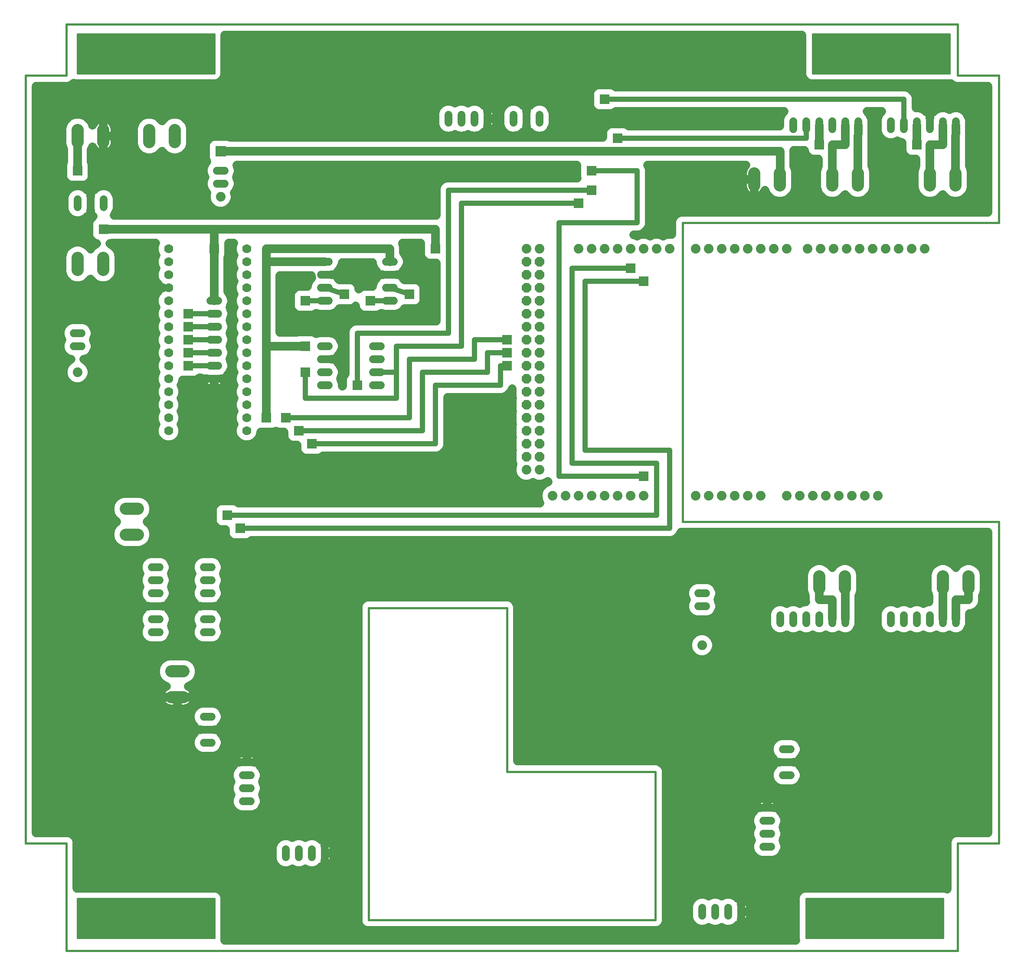
<source format=gtl>
G75*
%MOIN*%
%OFA0B0*%
%FSLAX25Y25*%
%IPPOS*%
%LPD*%
%AMOC8*
5,1,8,0,0,1.08239X$1,22.5*
%
%ADD10C,0.01600*%
%ADD11C,0.00000*%
%ADD12C,0.06000*%
%ADD13C,0.07400*%
%ADD14OC8,0.07400*%
%ADD15C,0.07000*%
%ADD16C,0.09370*%
%ADD17C,0.06600*%
%ADD18R,0.07677X0.07677*%
%ADD19C,0.04000*%
%ADD20R,0.08268X0.08268*%
D10*
X0035796Y0004300D02*
X0035796Y0086977D01*
X0004300Y0086977D01*
X0004300Y0677528D01*
X0035796Y0677528D01*
X0035796Y0716898D01*
X0720835Y0716898D01*
X0720835Y0677528D01*
X0752331Y0677528D01*
X0752331Y0564300D01*
X0509300Y0564300D01*
X0509300Y0334300D01*
X0752331Y0334300D01*
X0752331Y0086977D01*
X0720835Y0086977D01*
X0720835Y0004300D01*
X0035796Y0004300D01*
X0044300Y0014300D02*
X0044300Y0044300D01*
X0149300Y0044300D01*
X0149300Y0014300D01*
X0044300Y0014300D01*
X0044300Y0015490D02*
X0149300Y0015490D01*
X0149300Y0017088D02*
X0044300Y0017088D01*
X0044300Y0018687D02*
X0149300Y0018687D01*
X0149300Y0020285D02*
X0044300Y0020285D01*
X0044300Y0021884D02*
X0149300Y0021884D01*
X0149300Y0023482D02*
X0044300Y0023482D01*
X0044300Y0025081D02*
X0149300Y0025081D01*
X0149300Y0026679D02*
X0044300Y0026679D01*
X0044300Y0028278D02*
X0149300Y0028278D01*
X0149300Y0029876D02*
X0044300Y0029876D01*
X0044300Y0031475D02*
X0149300Y0031475D01*
X0149300Y0033073D02*
X0044300Y0033073D01*
X0044300Y0034672D02*
X0149300Y0034672D01*
X0149300Y0036270D02*
X0044300Y0036270D01*
X0044300Y0037869D02*
X0149300Y0037869D01*
X0149300Y0039467D02*
X0044300Y0039467D01*
X0044300Y0041066D02*
X0149300Y0041066D01*
X0149300Y0042664D02*
X0044300Y0042664D01*
X0044300Y0044263D02*
X0149300Y0044263D01*
X0268080Y0027922D02*
X0488552Y0027922D01*
X0488552Y0142095D01*
X0374379Y0142095D01*
X0374379Y0268080D01*
X0268080Y0268080D01*
X0268080Y0027922D01*
X0604300Y0028278D02*
X0709300Y0028278D01*
X0709300Y0029876D02*
X0604300Y0029876D01*
X0604300Y0031475D02*
X0709300Y0031475D01*
X0709300Y0033073D02*
X0604300Y0033073D01*
X0604300Y0034672D02*
X0709300Y0034672D01*
X0709300Y0036270D02*
X0604300Y0036270D01*
X0604300Y0037869D02*
X0709300Y0037869D01*
X0709300Y0039467D02*
X0604300Y0039467D01*
X0604300Y0041066D02*
X0709300Y0041066D01*
X0709300Y0042664D02*
X0604300Y0042664D01*
X0604300Y0044263D02*
X0709300Y0044263D01*
X0709300Y0044300D02*
X0709300Y0014300D01*
X0604300Y0014300D01*
X0604300Y0044300D01*
X0709300Y0044300D01*
X0709300Y0026679D02*
X0604300Y0026679D01*
X0604300Y0025081D02*
X0709300Y0025081D01*
X0709300Y0023482D02*
X0604300Y0023482D01*
X0604300Y0021884D02*
X0709300Y0021884D01*
X0709300Y0020285D02*
X0604300Y0020285D01*
X0604300Y0018687D02*
X0709300Y0018687D01*
X0709300Y0017088D02*
X0604300Y0017088D01*
X0604300Y0015490D02*
X0709300Y0015490D01*
X0714300Y0679300D02*
X0609300Y0679300D01*
X0609300Y0709300D01*
X0714300Y0709300D01*
X0714300Y0679300D01*
X0714300Y0680470D02*
X0609300Y0680470D01*
X0609300Y0682069D02*
X0714300Y0682069D01*
X0714300Y0683667D02*
X0609300Y0683667D01*
X0609300Y0685266D02*
X0714300Y0685266D01*
X0714300Y0686864D02*
X0609300Y0686864D01*
X0609300Y0688463D02*
X0714300Y0688463D01*
X0714300Y0690061D02*
X0609300Y0690061D01*
X0609300Y0691660D02*
X0714300Y0691660D01*
X0714300Y0693258D02*
X0609300Y0693258D01*
X0609300Y0694857D02*
X0714300Y0694857D01*
X0714300Y0696455D02*
X0609300Y0696455D01*
X0609300Y0698054D02*
X0714300Y0698054D01*
X0714300Y0699652D02*
X0609300Y0699652D01*
X0609300Y0701251D02*
X0714300Y0701251D01*
X0714300Y0702849D02*
X0609300Y0702849D01*
X0609300Y0704448D02*
X0714300Y0704448D01*
X0714300Y0706046D02*
X0609300Y0706046D01*
X0609300Y0707645D02*
X0714300Y0707645D01*
X0714300Y0709243D02*
X0609300Y0709243D01*
X0149300Y0709300D02*
X0149300Y0679300D01*
X0044300Y0679300D01*
X0044300Y0709300D01*
X0149300Y0709300D01*
X0149300Y0709243D02*
X0044300Y0709243D01*
X0044300Y0707645D02*
X0149300Y0707645D01*
X0149300Y0706046D02*
X0044300Y0706046D01*
X0044300Y0704448D02*
X0149300Y0704448D01*
X0149300Y0702849D02*
X0044300Y0702849D01*
X0044300Y0701251D02*
X0149300Y0701251D01*
X0149300Y0699652D02*
X0044300Y0699652D01*
X0044300Y0698054D02*
X0149300Y0698054D01*
X0149300Y0696455D02*
X0044300Y0696455D01*
X0044300Y0694857D02*
X0149300Y0694857D01*
X0149300Y0693258D02*
X0044300Y0693258D01*
X0044300Y0691660D02*
X0149300Y0691660D01*
X0149300Y0690061D02*
X0044300Y0690061D01*
X0044300Y0688463D02*
X0149300Y0688463D01*
X0149300Y0686864D02*
X0044300Y0686864D01*
X0044300Y0685266D02*
X0149300Y0685266D01*
X0149300Y0683667D02*
X0044300Y0683667D01*
X0044300Y0682069D02*
X0149300Y0682069D01*
X0149300Y0680470D02*
X0044300Y0680470D01*
D11*
X0053119Y0693276D02*
X0053121Y0693434D01*
X0053127Y0693592D01*
X0053137Y0693750D01*
X0053151Y0693908D01*
X0053169Y0694065D01*
X0053190Y0694222D01*
X0053216Y0694378D01*
X0053246Y0694534D01*
X0053279Y0694689D01*
X0053317Y0694842D01*
X0053358Y0694995D01*
X0053403Y0695147D01*
X0053452Y0695298D01*
X0053505Y0695447D01*
X0053561Y0695595D01*
X0053621Y0695741D01*
X0053685Y0695886D01*
X0053753Y0696029D01*
X0053824Y0696171D01*
X0053898Y0696311D01*
X0053976Y0696448D01*
X0054058Y0696584D01*
X0054142Y0696718D01*
X0054231Y0696849D01*
X0054322Y0696978D01*
X0054417Y0697105D01*
X0054514Y0697230D01*
X0054615Y0697352D01*
X0054719Y0697471D01*
X0054826Y0697588D01*
X0054936Y0697702D01*
X0055049Y0697813D01*
X0055164Y0697922D01*
X0055282Y0698027D01*
X0055403Y0698129D01*
X0055526Y0698229D01*
X0055652Y0698325D01*
X0055780Y0698418D01*
X0055910Y0698508D01*
X0056043Y0698594D01*
X0056178Y0698678D01*
X0056314Y0698757D01*
X0056453Y0698834D01*
X0056594Y0698906D01*
X0056736Y0698976D01*
X0056880Y0699041D01*
X0057026Y0699103D01*
X0057173Y0699161D01*
X0057322Y0699216D01*
X0057472Y0699267D01*
X0057623Y0699314D01*
X0057775Y0699357D01*
X0057928Y0699396D01*
X0058083Y0699432D01*
X0058238Y0699463D01*
X0058394Y0699491D01*
X0058550Y0699515D01*
X0058707Y0699535D01*
X0058865Y0699551D01*
X0059022Y0699563D01*
X0059181Y0699571D01*
X0059339Y0699575D01*
X0059497Y0699575D01*
X0059655Y0699571D01*
X0059814Y0699563D01*
X0059971Y0699551D01*
X0060129Y0699535D01*
X0060286Y0699515D01*
X0060442Y0699491D01*
X0060598Y0699463D01*
X0060753Y0699432D01*
X0060908Y0699396D01*
X0061061Y0699357D01*
X0061213Y0699314D01*
X0061364Y0699267D01*
X0061514Y0699216D01*
X0061663Y0699161D01*
X0061810Y0699103D01*
X0061956Y0699041D01*
X0062100Y0698976D01*
X0062242Y0698906D01*
X0062383Y0698834D01*
X0062522Y0698757D01*
X0062658Y0698678D01*
X0062793Y0698594D01*
X0062926Y0698508D01*
X0063056Y0698418D01*
X0063184Y0698325D01*
X0063310Y0698229D01*
X0063433Y0698129D01*
X0063554Y0698027D01*
X0063672Y0697922D01*
X0063787Y0697813D01*
X0063900Y0697702D01*
X0064010Y0697588D01*
X0064117Y0697471D01*
X0064221Y0697352D01*
X0064322Y0697230D01*
X0064419Y0697105D01*
X0064514Y0696978D01*
X0064605Y0696849D01*
X0064694Y0696718D01*
X0064778Y0696584D01*
X0064860Y0696448D01*
X0064938Y0696311D01*
X0065012Y0696171D01*
X0065083Y0696029D01*
X0065151Y0695886D01*
X0065215Y0695741D01*
X0065275Y0695595D01*
X0065331Y0695447D01*
X0065384Y0695298D01*
X0065433Y0695147D01*
X0065478Y0694995D01*
X0065519Y0694842D01*
X0065557Y0694689D01*
X0065590Y0694534D01*
X0065620Y0694378D01*
X0065646Y0694222D01*
X0065667Y0694065D01*
X0065685Y0693908D01*
X0065699Y0693750D01*
X0065709Y0693592D01*
X0065715Y0693434D01*
X0065717Y0693276D01*
X0065715Y0693118D01*
X0065709Y0692960D01*
X0065699Y0692802D01*
X0065685Y0692644D01*
X0065667Y0692487D01*
X0065646Y0692330D01*
X0065620Y0692174D01*
X0065590Y0692018D01*
X0065557Y0691863D01*
X0065519Y0691710D01*
X0065478Y0691557D01*
X0065433Y0691405D01*
X0065384Y0691254D01*
X0065331Y0691105D01*
X0065275Y0690957D01*
X0065215Y0690811D01*
X0065151Y0690666D01*
X0065083Y0690523D01*
X0065012Y0690381D01*
X0064938Y0690241D01*
X0064860Y0690104D01*
X0064778Y0689968D01*
X0064694Y0689834D01*
X0064605Y0689703D01*
X0064514Y0689574D01*
X0064419Y0689447D01*
X0064322Y0689322D01*
X0064221Y0689200D01*
X0064117Y0689081D01*
X0064010Y0688964D01*
X0063900Y0688850D01*
X0063787Y0688739D01*
X0063672Y0688630D01*
X0063554Y0688525D01*
X0063433Y0688423D01*
X0063310Y0688323D01*
X0063184Y0688227D01*
X0063056Y0688134D01*
X0062926Y0688044D01*
X0062793Y0687958D01*
X0062658Y0687874D01*
X0062522Y0687795D01*
X0062383Y0687718D01*
X0062242Y0687646D01*
X0062100Y0687576D01*
X0061956Y0687511D01*
X0061810Y0687449D01*
X0061663Y0687391D01*
X0061514Y0687336D01*
X0061364Y0687285D01*
X0061213Y0687238D01*
X0061061Y0687195D01*
X0060908Y0687156D01*
X0060753Y0687120D01*
X0060598Y0687089D01*
X0060442Y0687061D01*
X0060286Y0687037D01*
X0060129Y0687017D01*
X0059971Y0687001D01*
X0059814Y0686989D01*
X0059655Y0686981D01*
X0059497Y0686977D01*
X0059339Y0686977D01*
X0059181Y0686981D01*
X0059022Y0686989D01*
X0058865Y0687001D01*
X0058707Y0687017D01*
X0058550Y0687037D01*
X0058394Y0687061D01*
X0058238Y0687089D01*
X0058083Y0687120D01*
X0057928Y0687156D01*
X0057775Y0687195D01*
X0057623Y0687238D01*
X0057472Y0687285D01*
X0057322Y0687336D01*
X0057173Y0687391D01*
X0057026Y0687449D01*
X0056880Y0687511D01*
X0056736Y0687576D01*
X0056594Y0687646D01*
X0056453Y0687718D01*
X0056314Y0687795D01*
X0056178Y0687874D01*
X0056043Y0687958D01*
X0055910Y0688044D01*
X0055780Y0688134D01*
X0055652Y0688227D01*
X0055526Y0688323D01*
X0055403Y0688423D01*
X0055282Y0688525D01*
X0055164Y0688630D01*
X0055049Y0688739D01*
X0054936Y0688850D01*
X0054826Y0688964D01*
X0054719Y0689081D01*
X0054615Y0689200D01*
X0054514Y0689322D01*
X0054417Y0689447D01*
X0054322Y0689574D01*
X0054231Y0689703D01*
X0054142Y0689834D01*
X0054058Y0689968D01*
X0053976Y0690104D01*
X0053898Y0690241D01*
X0053824Y0690381D01*
X0053753Y0690523D01*
X0053685Y0690666D01*
X0053621Y0690811D01*
X0053561Y0690957D01*
X0053505Y0691105D01*
X0053452Y0691254D01*
X0053403Y0691405D01*
X0053358Y0691557D01*
X0053317Y0691710D01*
X0053279Y0691863D01*
X0053246Y0692018D01*
X0053216Y0692174D01*
X0053190Y0692330D01*
X0053169Y0692487D01*
X0053151Y0692644D01*
X0053137Y0692802D01*
X0053127Y0692960D01*
X0053121Y0693118D01*
X0053119Y0693276D01*
X0131859Y0693276D02*
X0131861Y0693434D01*
X0131867Y0693592D01*
X0131877Y0693750D01*
X0131891Y0693908D01*
X0131909Y0694065D01*
X0131930Y0694222D01*
X0131956Y0694378D01*
X0131986Y0694534D01*
X0132019Y0694689D01*
X0132057Y0694842D01*
X0132098Y0694995D01*
X0132143Y0695147D01*
X0132192Y0695298D01*
X0132245Y0695447D01*
X0132301Y0695595D01*
X0132361Y0695741D01*
X0132425Y0695886D01*
X0132493Y0696029D01*
X0132564Y0696171D01*
X0132638Y0696311D01*
X0132716Y0696448D01*
X0132798Y0696584D01*
X0132882Y0696718D01*
X0132971Y0696849D01*
X0133062Y0696978D01*
X0133157Y0697105D01*
X0133254Y0697230D01*
X0133355Y0697352D01*
X0133459Y0697471D01*
X0133566Y0697588D01*
X0133676Y0697702D01*
X0133789Y0697813D01*
X0133904Y0697922D01*
X0134022Y0698027D01*
X0134143Y0698129D01*
X0134266Y0698229D01*
X0134392Y0698325D01*
X0134520Y0698418D01*
X0134650Y0698508D01*
X0134783Y0698594D01*
X0134918Y0698678D01*
X0135054Y0698757D01*
X0135193Y0698834D01*
X0135334Y0698906D01*
X0135476Y0698976D01*
X0135620Y0699041D01*
X0135766Y0699103D01*
X0135913Y0699161D01*
X0136062Y0699216D01*
X0136212Y0699267D01*
X0136363Y0699314D01*
X0136515Y0699357D01*
X0136668Y0699396D01*
X0136823Y0699432D01*
X0136978Y0699463D01*
X0137134Y0699491D01*
X0137290Y0699515D01*
X0137447Y0699535D01*
X0137605Y0699551D01*
X0137762Y0699563D01*
X0137921Y0699571D01*
X0138079Y0699575D01*
X0138237Y0699575D01*
X0138395Y0699571D01*
X0138554Y0699563D01*
X0138711Y0699551D01*
X0138869Y0699535D01*
X0139026Y0699515D01*
X0139182Y0699491D01*
X0139338Y0699463D01*
X0139493Y0699432D01*
X0139648Y0699396D01*
X0139801Y0699357D01*
X0139953Y0699314D01*
X0140104Y0699267D01*
X0140254Y0699216D01*
X0140403Y0699161D01*
X0140550Y0699103D01*
X0140696Y0699041D01*
X0140840Y0698976D01*
X0140982Y0698906D01*
X0141123Y0698834D01*
X0141262Y0698757D01*
X0141398Y0698678D01*
X0141533Y0698594D01*
X0141666Y0698508D01*
X0141796Y0698418D01*
X0141924Y0698325D01*
X0142050Y0698229D01*
X0142173Y0698129D01*
X0142294Y0698027D01*
X0142412Y0697922D01*
X0142527Y0697813D01*
X0142640Y0697702D01*
X0142750Y0697588D01*
X0142857Y0697471D01*
X0142961Y0697352D01*
X0143062Y0697230D01*
X0143159Y0697105D01*
X0143254Y0696978D01*
X0143345Y0696849D01*
X0143434Y0696718D01*
X0143518Y0696584D01*
X0143600Y0696448D01*
X0143678Y0696311D01*
X0143752Y0696171D01*
X0143823Y0696029D01*
X0143891Y0695886D01*
X0143955Y0695741D01*
X0144015Y0695595D01*
X0144071Y0695447D01*
X0144124Y0695298D01*
X0144173Y0695147D01*
X0144218Y0694995D01*
X0144259Y0694842D01*
X0144297Y0694689D01*
X0144330Y0694534D01*
X0144360Y0694378D01*
X0144386Y0694222D01*
X0144407Y0694065D01*
X0144425Y0693908D01*
X0144439Y0693750D01*
X0144449Y0693592D01*
X0144455Y0693434D01*
X0144457Y0693276D01*
X0144455Y0693118D01*
X0144449Y0692960D01*
X0144439Y0692802D01*
X0144425Y0692644D01*
X0144407Y0692487D01*
X0144386Y0692330D01*
X0144360Y0692174D01*
X0144330Y0692018D01*
X0144297Y0691863D01*
X0144259Y0691710D01*
X0144218Y0691557D01*
X0144173Y0691405D01*
X0144124Y0691254D01*
X0144071Y0691105D01*
X0144015Y0690957D01*
X0143955Y0690811D01*
X0143891Y0690666D01*
X0143823Y0690523D01*
X0143752Y0690381D01*
X0143678Y0690241D01*
X0143600Y0690104D01*
X0143518Y0689968D01*
X0143434Y0689834D01*
X0143345Y0689703D01*
X0143254Y0689574D01*
X0143159Y0689447D01*
X0143062Y0689322D01*
X0142961Y0689200D01*
X0142857Y0689081D01*
X0142750Y0688964D01*
X0142640Y0688850D01*
X0142527Y0688739D01*
X0142412Y0688630D01*
X0142294Y0688525D01*
X0142173Y0688423D01*
X0142050Y0688323D01*
X0141924Y0688227D01*
X0141796Y0688134D01*
X0141666Y0688044D01*
X0141533Y0687958D01*
X0141398Y0687874D01*
X0141262Y0687795D01*
X0141123Y0687718D01*
X0140982Y0687646D01*
X0140840Y0687576D01*
X0140696Y0687511D01*
X0140550Y0687449D01*
X0140403Y0687391D01*
X0140254Y0687336D01*
X0140104Y0687285D01*
X0139953Y0687238D01*
X0139801Y0687195D01*
X0139648Y0687156D01*
X0139493Y0687120D01*
X0139338Y0687089D01*
X0139182Y0687061D01*
X0139026Y0687037D01*
X0138869Y0687017D01*
X0138711Y0687001D01*
X0138554Y0686989D01*
X0138395Y0686981D01*
X0138237Y0686977D01*
X0138079Y0686977D01*
X0137921Y0686981D01*
X0137762Y0686989D01*
X0137605Y0687001D01*
X0137447Y0687017D01*
X0137290Y0687037D01*
X0137134Y0687061D01*
X0136978Y0687089D01*
X0136823Y0687120D01*
X0136668Y0687156D01*
X0136515Y0687195D01*
X0136363Y0687238D01*
X0136212Y0687285D01*
X0136062Y0687336D01*
X0135913Y0687391D01*
X0135766Y0687449D01*
X0135620Y0687511D01*
X0135476Y0687576D01*
X0135334Y0687646D01*
X0135193Y0687718D01*
X0135054Y0687795D01*
X0134918Y0687874D01*
X0134783Y0687958D01*
X0134650Y0688044D01*
X0134520Y0688134D01*
X0134392Y0688227D01*
X0134266Y0688323D01*
X0134143Y0688423D01*
X0134022Y0688525D01*
X0133904Y0688630D01*
X0133789Y0688739D01*
X0133676Y0688850D01*
X0133566Y0688964D01*
X0133459Y0689081D01*
X0133355Y0689200D01*
X0133254Y0689322D01*
X0133157Y0689447D01*
X0133062Y0689574D01*
X0132971Y0689703D01*
X0132882Y0689834D01*
X0132798Y0689968D01*
X0132716Y0690104D01*
X0132638Y0690241D01*
X0132564Y0690381D01*
X0132493Y0690523D01*
X0132425Y0690666D01*
X0132361Y0690811D01*
X0132301Y0690957D01*
X0132245Y0691105D01*
X0132192Y0691254D01*
X0132143Y0691405D01*
X0132098Y0691557D01*
X0132057Y0691710D01*
X0132019Y0691863D01*
X0131986Y0692018D01*
X0131956Y0692174D01*
X0131930Y0692330D01*
X0131909Y0692487D01*
X0131891Y0692644D01*
X0131877Y0692802D01*
X0131867Y0692960D01*
X0131861Y0693118D01*
X0131859Y0693276D01*
X0616111Y0693276D02*
X0616113Y0693434D01*
X0616119Y0693592D01*
X0616129Y0693750D01*
X0616143Y0693908D01*
X0616161Y0694065D01*
X0616182Y0694222D01*
X0616208Y0694378D01*
X0616238Y0694534D01*
X0616271Y0694689D01*
X0616309Y0694842D01*
X0616350Y0694995D01*
X0616395Y0695147D01*
X0616444Y0695298D01*
X0616497Y0695447D01*
X0616553Y0695595D01*
X0616613Y0695741D01*
X0616677Y0695886D01*
X0616745Y0696029D01*
X0616816Y0696171D01*
X0616890Y0696311D01*
X0616968Y0696448D01*
X0617050Y0696584D01*
X0617134Y0696718D01*
X0617223Y0696849D01*
X0617314Y0696978D01*
X0617409Y0697105D01*
X0617506Y0697230D01*
X0617607Y0697352D01*
X0617711Y0697471D01*
X0617818Y0697588D01*
X0617928Y0697702D01*
X0618041Y0697813D01*
X0618156Y0697922D01*
X0618274Y0698027D01*
X0618395Y0698129D01*
X0618518Y0698229D01*
X0618644Y0698325D01*
X0618772Y0698418D01*
X0618902Y0698508D01*
X0619035Y0698594D01*
X0619170Y0698678D01*
X0619306Y0698757D01*
X0619445Y0698834D01*
X0619586Y0698906D01*
X0619728Y0698976D01*
X0619872Y0699041D01*
X0620018Y0699103D01*
X0620165Y0699161D01*
X0620314Y0699216D01*
X0620464Y0699267D01*
X0620615Y0699314D01*
X0620767Y0699357D01*
X0620920Y0699396D01*
X0621075Y0699432D01*
X0621230Y0699463D01*
X0621386Y0699491D01*
X0621542Y0699515D01*
X0621699Y0699535D01*
X0621857Y0699551D01*
X0622014Y0699563D01*
X0622173Y0699571D01*
X0622331Y0699575D01*
X0622489Y0699575D01*
X0622647Y0699571D01*
X0622806Y0699563D01*
X0622963Y0699551D01*
X0623121Y0699535D01*
X0623278Y0699515D01*
X0623434Y0699491D01*
X0623590Y0699463D01*
X0623745Y0699432D01*
X0623900Y0699396D01*
X0624053Y0699357D01*
X0624205Y0699314D01*
X0624356Y0699267D01*
X0624506Y0699216D01*
X0624655Y0699161D01*
X0624802Y0699103D01*
X0624948Y0699041D01*
X0625092Y0698976D01*
X0625234Y0698906D01*
X0625375Y0698834D01*
X0625514Y0698757D01*
X0625650Y0698678D01*
X0625785Y0698594D01*
X0625918Y0698508D01*
X0626048Y0698418D01*
X0626176Y0698325D01*
X0626302Y0698229D01*
X0626425Y0698129D01*
X0626546Y0698027D01*
X0626664Y0697922D01*
X0626779Y0697813D01*
X0626892Y0697702D01*
X0627002Y0697588D01*
X0627109Y0697471D01*
X0627213Y0697352D01*
X0627314Y0697230D01*
X0627411Y0697105D01*
X0627506Y0696978D01*
X0627597Y0696849D01*
X0627686Y0696718D01*
X0627770Y0696584D01*
X0627852Y0696448D01*
X0627930Y0696311D01*
X0628004Y0696171D01*
X0628075Y0696029D01*
X0628143Y0695886D01*
X0628207Y0695741D01*
X0628267Y0695595D01*
X0628323Y0695447D01*
X0628376Y0695298D01*
X0628425Y0695147D01*
X0628470Y0694995D01*
X0628511Y0694842D01*
X0628549Y0694689D01*
X0628582Y0694534D01*
X0628612Y0694378D01*
X0628638Y0694222D01*
X0628659Y0694065D01*
X0628677Y0693908D01*
X0628691Y0693750D01*
X0628701Y0693592D01*
X0628707Y0693434D01*
X0628709Y0693276D01*
X0628707Y0693118D01*
X0628701Y0692960D01*
X0628691Y0692802D01*
X0628677Y0692644D01*
X0628659Y0692487D01*
X0628638Y0692330D01*
X0628612Y0692174D01*
X0628582Y0692018D01*
X0628549Y0691863D01*
X0628511Y0691710D01*
X0628470Y0691557D01*
X0628425Y0691405D01*
X0628376Y0691254D01*
X0628323Y0691105D01*
X0628267Y0690957D01*
X0628207Y0690811D01*
X0628143Y0690666D01*
X0628075Y0690523D01*
X0628004Y0690381D01*
X0627930Y0690241D01*
X0627852Y0690104D01*
X0627770Y0689968D01*
X0627686Y0689834D01*
X0627597Y0689703D01*
X0627506Y0689574D01*
X0627411Y0689447D01*
X0627314Y0689322D01*
X0627213Y0689200D01*
X0627109Y0689081D01*
X0627002Y0688964D01*
X0626892Y0688850D01*
X0626779Y0688739D01*
X0626664Y0688630D01*
X0626546Y0688525D01*
X0626425Y0688423D01*
X0626302Y0688323D01*
X0626176Y0688227D01*
X0626048Y0688134D01*
X0625918Y0688044D01*
X0625785Y0687958D01*
X0625650Y0687874D01*
X0625514Y0687795D01*
X0625375Y0687718D01*
X0625234Y0687646D01*
X0625092Y0687576D01*
X0624948Y0687511D01*
X0624802Y0687449D01*
X0624655Y0687391D01*
X0624506Y0687336D01*
X0624356Y0687285D01*
X0624205Y0687238D01*
X0624053Y0687195D01*
X0623900Y0687156D01*
X0623745Y0687120D01*
X0623590Y0687089D01*
X0623434Y0687061D01*
X0623278Y0687037D01*
X0623121Y0687017D01*
X0622963Y0687001D01*
X0622806Y0686989D01*
X0622647Y0686981D01*
X0622489Y0686977D01*
X0622331Y0686977D01*
X0622173Y0686981D01*
X0622014Y0686989D01*
X0621857Y0687001D01*
X0621699Y0687017D01*
X0621542Y0687037D01*
X0621386Y0687061D01*
X0621230Y0687089D01*
X0621075Y0687120D01*
X0620920Y0687156D01*
X0620767Y0687195D01*
X0620615Y0687238D01*
X0620464Y0687285D01*
X0620314Y0687336D01*
X0620165Y0687391D01*
X0620018Y0687449D01*
X0619872Y0687511D01*
X0619728Y0687576D01*
X0619586Y0687646D01*
X0619445Y0687718D01*
X0619306Y0687795D01*
X0619170Y0687874D01*
X0619035Y0687958D01*
X0618902Y0688044D01*
X0618772Y0688134D01*
X0618644Y0688227D01*
X0618518Y0688323D01*
X0618395Y0688423D01*
X0618274Y0688525D01*
X0618156Y0688630D01*
X0618041Y0688739D01*
X0617928Y0688850D01*
X0617818Y0688964D01*
X0617711Y0689081D01*
X0617607Y0689200D01*
X0617506Y0689322D01*
X0617409Y0689447D01*
X0617314Y0689574D01*
X0617223Y0689703D01*
X0617134Y0689834D01*
X0617050Y0689968D01*
X0616968Y0690104D01*
X0616890Y0690241D01*
X0616816Y0690381D01*
X0616745Y0690523D01*
X0616677Y0690666D01*
X0616613Y0690811D01*
X0616553Y0690957D01*
X0616497Y0691105D01*
X0616444Y0691254D01*
X0616395Y0691405D01*
X0616350Y0691557D01*
X0616309Y0691710D01*
X0616271Y0691863D01*
X0616238Y0692018D01*
X0616208Y0692174D01*
X0616182Y0692330D01*
X0616161Y0692487D01*
X0616143Y0692644D01*
X0616129Y0692802D01*
X0616119Y0692960D01*
X0616113Y0693118D01*
X0616111Y0693276D01*
X0690914Y0693276D02*
X0690916Y0693434D01*
X0690922Y0693592D01*
X0690932Y0693750D01*
X0690946Y0693908D01*
X0690964Y0694065D01*
X0690985Y0694222D01*
X0691011Y0694378D01*
X0691041Y0694534D01*
X0691074Y0694689D01*
X0691112Y0694842D01*
X0691153Y0694995D01*
X0691198Y0695147D01*
X0691247Y0695298D01*
X0691300Y0695447D01*
X0691356Y0695595D01*
X0691416Y0695741D01*
X0691480Y0695886D01*
X0691548Y0696029D01*
X0691619Y0696171D01*
X0691693Y0696311D01*
X0691771Y0696448D01*
X0691853Y0696584D01*
X0691937Y0696718D01*
X0692026Y0696849D01*
X0692117Y0696978D01*
X0692212Y0697105D01*
X0692309Y0697230D01*
X0692410Y0697352D01*
X0692514Y0697471D01*
X0692621Y0697588D01*
X0692731Y0697702D01*
X0692844Y0697813D01*
X0692959Y0697922D01*
X0693077Y0698027D01*
X0693198Y0698129D01*
X0693321Y0698229D01*
X0693447Y0698325D01*
X0693575Y0698418D01*
X0693705Y0698508D01*
X0693838Y0698594D01*
X0693973Y0698678D01*
X0694109Y0698757D01*
X0694248Y0698834D01*
X0694389Y0698906D01*
X0694531Y0698976D01*
X0694675Y0699041D01*
X0694821Y0699103D01*
X0694968Y0699161D01*
X0695117Y0699216D01*
X0695267Y0699267D01*
X0695418Y0699314D01*
X0695570Y0699357D01*
X0695723Y0699396D01*
X0695878Y0699432D01*
X0696033Y0699463D01*
X0696189Y0699491D01*
X0696345Y0699515D01*
X0696502Y0699535D01*
X0696660Y0699551D01*
X0696817Y0699563D01*
X0696976Y0699571D01*
X0697134Y0699575D01*
X0697292Y0699575D01*
X0697450Y0699571D01*
X0697609Y0699563D01*
X0697766Y0699551D01*
X0697924Y0699535D01*
X0698081Y0699515D01*
X0698237Y0699491D01*
X0698393Y0699463D01*
X0698548Y0699432D01*
X0698703Y0699396D01*
X0698856Y0699357D01*
X0699008Y0699314D01*
X0699159Y0699267D01*
X0699309Y0699216D01*
X0699458Y0699161D01*
X0699605Y0699103D01*
X0699751Y0699041D01*
X0699895Y0698976D01*
X0700037Y0698906D01*
X0700178Y0698834D01*
X0700317Y0698757D01*
X0700453Y0698678D01*
X0700588Y0698594D01*
X0700721Y0698508D01*
X0700851Y0698418D01*
X0700979Y0698325D01*
X0701105Y0698229D01*
X0701228Y0698129D01*
X0701349Y0698027D01*
X0701467Y0697922D01*
X0701582Y0697813D01*
X0701695Y0697702D01*
X0701805Y0697588D01*
X0701912Y0697471D01*
X0702016Y0697352D01*
X0702117Y0697230D01*
X0702214Y0697105D01*
X0702309Y0696978D01*
X0702400Y0696849D01*
X0702489Y0696718D01*
X0702573Y0696584D01*
X0702655Y0696448D01*
X0702733Y0696311D01*
X0702807Y0696171D01*
X0702878Y0696029D01*
X0702946Y0695886D01*
X0703010Y0695741D01*
X0703070Y0695595D01*
X0703126Y0695447D01*
X0703179Y0695298D01*
X0703228Y0695147D01*
X0703273Y0694995D01*
X0703314Y0694842D01*
X0703352Y0694689D01*
X0703385Y0694534D01*
X0703415Y0694378D01*
X0703441Y0694222D01*
X0703462Y0694065D01*
X0703480Y0693908D01*
X0703494Y0693750D01*
X0703504Y0693592D01*
X0703510Y0693434D01*
X0703512Y0693276D01*
X0703510Y0693118D01*
X0703504Y0692960D01*
X0703494Y0692802D01*
X0703480Y0692644D01*
X0703462Y0692487D01*
X0703441Y0692330D01*
X0703415Y0692174D01*
X0703385Y0692018D01*
X0703352Y0691863D01*
X0703314Y0691710D01*
X0703273Y0691557D01*
X0703228Y0691405D01*
X0703179Y0691254D01*
X0703126Y0691105D01*
X0703070Y0690957D01*
X0703010Y0690811D01*
X0702946Y0690666D01*
X0702878Y0690523D01*
X0702807Y0690381D01*
X0702733Y0690241D01*
X0702655Y0690104D01*
X0702573Y0689968D01*
X0702489Y0689834D01*
X0702400Y0689703D01*
X0702309Y0689574D01*
X0702214Y0689447D01*
X0702117Y0689322D01*
X0702016Y0689200D01*
X0701912Y0689081D01*
X0701805Y0688964D01*
X0701695Y0688850D01*
X0701582Y0688739D01*
X0701467Y0688630D01*
X0701349Y0688525D01*
X0701228Y0688423D01*
X0701105Y0688323D01*
X0700979Y0688227D01*
X0700851Y0688134D01*
X0700721Y0688044D01*
X0700588Y0687958D01*
X0700453Y0687874D01*
X0700317Y0687795D01*
X0700178Y0687718D01*
X0700037Y0687646D01*
X0699895Y0687576D01*
X0699751Y0687511D01*
X0699605Y0687449D01*
X0699458Y0687391D01*
X0699309Y0687336D01*
X0699159Y0687285D01*
X0699008Y0687238D01*
X0698856Y0687195D01*
X0698703Y0687156D01*
X0698548Y0687120D01*
X0698393Y0687089D01*
X0698237Y0687061D01*
X0698081Y0687037D01*
X0697924Y0687017D01*
X0697766Y0687001D01*
X0697609Y0686989D01*
X0697450Y0686981D01*
X0697292Y0686977D01*
X0697134Y0686977D01*
X0696976Y0686981D01*
X0696817Y0686989D01*
X0696660Y0687001D01*
X0696502Y0687017D01*
X0696345Y0687037D01*
X0696189Y0687061D01*
X0696033Y0687089D01*
X0695878Y0687120D01*
X0695723Y0687156D01*
X0695570Y0687195D01*
X0695418Y0687238D01*
X0695267Y0687285D01*
X0695117Y0687336D01*
X0694968Y0687391D01*
X0694821Y0687449D01*
X0694675Y0687511D01*
X0694531Y0687576D01*
X0694389Y0687646D01*
X0694248Y0687718D01*
X0694109Y0687795D01*
X0693973Y0687874D01*
X0693838Y0687958D01*
X0693705Y0688044D01*
X0693575Y0688134D01*
X0693447Y0688227D01*
X0693321Y0688323D01*
X0693198Y0688423D01*
X0693077Y0688525D01*
X0692959Y0688630D01*
X0692844Y0688739D01*
X0692731Y0688850D01*
X0692621Y0688964D01*
X0692514Y0689081D01*
X0692410Y0689200D01*
X0692309Y0689322D01*
X0692212Y0689447D01*
X0692117Y0689574D01*
X0692026Y0689703D01*
X0691937Y0689834D01*
X0691853Y0689968D01*
X0691771Y0690104D01*
X0691693Y0690241D01*
X0691619Y0690381D01*
X0691548Y0690523D01*
X0691480Y0690666D01*
X0691416Y0690811D01*
X0691356Y0690957D01*
X0691300Y0691105D01*
X0691247Y0691254D01*
X0691198Y0691405D01*
X0691153Y0691557D01*
X0691112Y0691710D01*
X0691074Y0691863D01*
X0691041Y0692018D01*
X0691011Y0692174D01*
X0690985Y0692330D01*
X0690964Y0692487D01*
X0690946Y0692644D01*
X0690932Y0692802D01*
X0690922Y0692960D01*
X0690916Y0693118D01*
X0690914Y0693276D01*
X0690914Y0027922D02*
X0690916Y0028080D01*
X0690922Y0028238D01*
X0690932Y0028396D01*
X0690946Y0028554D01*
X0690964Y0028711D01*
X0690985Y0028868D01*
X0691011Y0029024D01*
X0691041Y0029180D01*
X0691074Y0029335D01*
X0691112Y0029488D01*
X0691153Y0029641D01*
X0691198Y0029793D01*
X0691247Y0029944D01*
X0691300Y0030093D01*
X0691356Y0030241D01*
X0691416Y0030387D01*
X0691480Y0030532D01*
X0691548Y0030675D01*
X0691619Y0030817D01*
X0691693Y0030957D01*
X0691771Y0031094D01*
X0691853Y0031230D01*
X0691937Y0031364D01*
X0692026Y0031495D01*
X0692117Y0031624D01*
X0692212Y0031751D01*
X0692309Y0031876D01*
X0692410Y0031998D01*
X0692514Y0032117D01*
X0692621Y0032234D01*
X0692731Y0032348D01*
X0692844Y0032459D01*
X0692959Y0032568D01*
X0693077Y0032673D01*
X0693198Y0032775D01*
X0693321Y0032875D01*
X0693447Y0032971D01*
X0693575Y0033064D01*
X0693705Y0033154D01*
X0693838Y0033240D01*
X0693973Y0033324D01*
X0694109Y0033403D01*
X0694248Y0033480D01*
X0694389Y0033552D01*
X0694531Y0033622D01*
X0694675Y0033687D01*
X0694821Y0033749D01*
X0694968Y0033807D01*
X0695117Y0033862D01*
X0695267Y0033913D01*
X0695418Y0033960D01*
X0695570Y0034003D01*
X0695723Y0034042D01*
X0695878Y0034078D01*
X0696033Y0034109D01*
X0696189Y0034137D01*
X0696345Y0034161D01*
X0696502Y0034181D01*
X0696660Y0034197D01*
X0696817Y0034209D01*
X0696976Y0034217D01*
X0697134Y0034221D01*
X0697292Y0034221D01*
X0697450Y0034217D01*
X0697609Y0034209D01*
X0697766Y0034197D01*
X0697924Y0034181D01*
X0698081Y0034161D01*
X0698237Y0034137D01*
X0698393Y0034109D01*
X0698548Y0034078D01*
X0698703Y0034042D01*
X0698856Y0034003D01*
X0699008Y0033960D01*
X0699159Y0033913D01*
X0699309Y0033862D01*
X0699458Y0033807D01*
X0699605Y0033749D01*
X0699751Y0033687D01*
X0699895Y0033622D01*
X0700037Y0033552D01*
X0700178Y0033480D01*
X0700317Y0033403D01*
X0700453Y0033324D01*
X0700588Y0033240D01*
X0700721Y0033154D01*
X0700851Y0033064D01*
X0700979Y0032971D01*
X0701105Y0032875D01*
X0701228Y0032775D01*
X0701349Y0032673D01*
X0701467Y0032568D01*
X0701582Y0032459D01*
X0701695Y0032348D01*
X0701805Y0032234D01*
X0701912Y0032117D01*
X0702016Y0031998D01*
X0702117Y0031876D01*
X0702214Y0031751D01*
X0702309Y0031624D01*
X0702400Y0031495D01*
X0702489Y0031364D01*
X0702573Y0031230D01*
X0702655Y0031094D01*
X0702733Y0030957D01*
X0702807Y0030817D01*
X0702878Y0030675D01*
X0702946Y0030532D01*
X0703010Y0030387D01*
X0703070Y0030241D01*
X0703126Y0030093D01*
X0703179Y0029944D01*
X0703228Y0029793D01*
X0703273Y0029641D01*
X0703314Y0029488D01*
X0703352Y0029335D01*
X0703385Y0029180D01*
X0703415Y0029024D01*
X0703441Y0028868D01*
X0703462Y0028711D01*
X0703480Y0028554D01*
X0703494Y0028396D01*
X0703504Y0028238D01*
X0703510Y0028080D01*
X0703512Y0027922D01*
X0703510Y0027764D01*
X0703504Y0027606D01*
X0703494Y0027448D01*
X0703480Y0027290D01*
X0703462Y0027133D01*
X0703441Y0026976D01*
X0703415Y0026820D01*
X0703385Y0026664D01*
X0703352Y0026509D01*
X0703314Y0026356D01*
X0703273Y0026203D01*
X0703228Y0026051D01*
X0703179Y0025900D01*
X0703126Y0025751D01*
X0703070Y0025603D01*
X0703010Y0025457D01*
X0702946Y0025312D01*
X0702878Y0025169D01*
X0702807Y0025027D01*
X0702733Y0024887D01*
X0702655Y0024750D01*
X0702573Y0024614D01*
X0702489Y0024480D01*
X0702400Y0024349D01*
X0702309Y0024220D01*
X0702214Y0024093D01*
X0702117Y0023968D01*
X0702016Y0023846D01*
X0701912Y0023727D01*
X0701805Y0023610D01*
X0701695Y0023496D01*
X0701582Y0023385D01*
X0701467Y0023276D01*
X0701349Y0023171D01*
X0701228Y0023069D01*
X0701105Y0022969D01*
X0700979Y0022873D01*
X0700851Y0022780D01*
X0700721Y0022690D01*
X0700588Y0022604D01*
X0700453Y0022520D01*
X0700317Y0022441D01*
X0700178Y0022364D01*
X0700037Y0022292D01*
X0699895Y0022222D01*
X0699751Y0022157D01*
X0699605Y0022095D01*
X0699458Y0022037D01*
X0699309Y0021982D01*
X0699159Y0021931D01*
X0699008Y0021884D01*
X0698856Y0021841D01*
X0698703Y0021802D01*
X0698548Y0021766D01*
X0698393Y0021735D01*
X0698237Y0021707D01*
X0698081Y0021683D01*
X0697924Y0021663D01*
X0697766Y0021647D01*
X0697609Y0021635D01*
X0697450Y0021627D01*
X0697292Y0021623D01*
X0697134Y0021623D01*
X0696976Y0021627D01*
X0696817Y0021635D01*
X0696660Y0021647D01*
X0696502Y0021663D01*
X0696345Y0021683D01*
X0696189Y0021707D01*
X0696033Y0021735D01*
X0695878Y0021766D01*
X0695723Y0021802D01*
X0695570Y0021841D01*
X0695418Y0021884D01*
X0695267Y0021931D01*
X0695117Y0021982D01*
X0694968Y0022037D01*
X0694821Y0022095D01*
X0694675Y0022157D01*
X0694531Y0022222D01*
X0694389Y0022292D01*
X0694248Y0022364D01*
X0694109Y0022441D01*
X0693973Y0022520D01*
X0693838Y0022604D01*
X0693705Y0022690D01*
X0693575Y0022780D01*
X0693447Y0022873D01*
X0693321Y0022969D01*
X0693198Y0023069D01*
X0693077Y0023171D01*
X0692959Y0023276D01*
X0692844Y0023385D01*
X0692731Y0023496D01*
X0692621Y0023610D01*
X0692514Y0023727D01*
X0692410Y0023846D01*
X0692309Y0023968D01*
X0692212Y0024093D01*
X0692117Y0024220D01*
X0692026Y0024349D01*
X0691937Y0024480D01*
X0691853Y0024614D01*
X0691771Y0024750D01*
X0691693Y0024887D01*
X0691619Y0025027D01*
X0691548Y0025169D01*
X0691480Y0025312D01*
X0691416Y0025457D01*
X0691356Y0025603D01*
X0691300Y0025751D01*
X0691247Y0025900D01*
X0691198Y0026051D01*
X0691153Y0026203D01*
X0691112Y0026356D01*
X0691074Y0026509D01*
X0691041Y0026664D01*
X0691011Y0026820D01*
X0690985Y0026976D01*
X0690964Y0027133D01*
X0690946Y0027290D01*
X0690932Y0027448D01*
X0690922Y0027606D01*
X0690916Y0027764D01*
X0690914Y0027922D01*
X0616111Y0027922D02*
X0616113Y0028080D01*
X0616119Y0028238D01*
X0616129Y0028396D01*
X0616143Y0028554D01*
X0616161Y0028711D01*
X0616182Y0028868D01*
X0616208Y0029024D01*
X0616238Y0029180D01*
X0616271Y0029335D01*
X0616309Y0029488D01*
X0616350Y0029641D01*
X0616395Y0029793D01*
X0616444Y0029944D01*
X0616497Y0030093D01*
X0616553Y0030241D01*
X0616613Y0030387D01*
X0616677Y0030532D01*
X0616745Y0030675D01*
X0616816Y0030817D01*
X0616890Y0030957D01*
X0616968Y0031094D01*
X0617050Y0031230D01*
X0617134Y0031364D01*
X0617223Y0031495D01*
X0617314Y0031624D01*
X0617409Y0031751D01*
X0617506Y0031876D01*
X0617607Y0031998D01*
X0617711Y0032117D01*
X0617818Y0032234D01*
X0617928Y0032348D01*
X0618041Y0032459D01*
X0618156Y0032568D01*
X0618274Y0032673D01*
X0618395Y0032775D01*
X0618518Y0032875D01*
X0618644Y0032971D01*
X0618772Y0033064D01*
X0618902Y0033154D01*
X0619035Y0033240D01*
X0619170Y0033324D01*
X0619306Y0033403D01*
X0619445Y0033480D01*
X0619586Y0033552D01*
X0619728Y0033622D01*
X0619872Y0033687D01*
X0620018Y0033749D01*
X0620165Y0033807D01*
X0620314Y0033862D01*
X0620464Y0033913D01*
X0620615Y0033960D01*
X0620767Y0034003D01*
X0620920Y0034042D01*
X0621075Y0034078D01*
X0621230Y0034109D01*
X0621386Y0034137D01*
X0621542Y0034161D01*
X0621699Y0034181D01*
X0621857Y0034197D01*
X0622014Y0034209D01*
X0622173Y0034217D01*
X0622331Y0034221D01*
X0622489Y0034221D01*
X0622647Y0034217D01*
X0622806Y0034209D01*
X0622963Y0034197D01*
X0623121Y0034181D01*
X0623278Y0034161D01*
X0623434Y0034137D01*
X0623590Y0034109D01*
X0623745Y0034078D01*
X0623900Y0034042D01*
X0624053Y0034003D01*
X0624205Y0033960D01*
X0624356Y0033913D01*
X0624506Y0033862D01*
X0624655Y0033807D01*
X0624802Y0033749D01*
X0624948Y0033687D01*
X0625092Y0033622D01*
X0625234Y0033552D01*
X0625375Y0033480D01*
X0625514Y0033403D01*
X0625650Y0033324D01*
X0625785Y0033240D01*
X0625918Y0033154D01*
X0626048Y0033064D01*
X0626176Y0032971D01*
X0626302Y0032875D01*
X0626425Y0032775D01*
X0626546Y0032673D01*
X0626664Y0032568D01*
X0626779Y0032459D01*
X0626892Y0032348D01*
X0627002Y0032234D01*
X0627109Y0032117D01*
X0627213Y0031998D01*
X0627314Y0031876D01*
X0627411Y0031751D01*
X0627506Y0031624D01*
X0627597Y0031495D01*
X0627686Y0031364D01*
X0627770Y0031230D01*
X0627852Y0031094D01*
X0627930Y0030957D01*
X0628004Y0030817D01*
X0628075Y0030675D01*
X0628143Y0030532D01*
X0628207Y0030387D01*
X0628267Y0030241D01*
X0628323Y0030093D01*
X0628376Y0029944D01*
X0628425Y0029793D01*
X0628470Y0029641D01*
X0628511Y0029488D01*
X0628549Y0029335D01*
X0628582Y0029180D01*
X0628612Y0029024D01*
X0628638Y0028868D01*
X0628659Y0028711D01*
X0628677Y0028554D01*
X0628691Y0028396D01*
X0628701Y0028238D01*
X0628707Y0028080D01*
X0628709Y0027922D01*
X0628707Y0027764D01*
X0628701Y0027606D01*
X0628691Y0027448D01*
X0628677Y0027290D01*
X0628659Y0027133D01*
X0628638Y0026976D01*
X0628612Y0026820D01*
X0628582Y0026664D01*
X0628549Y0026509D01*
X0628511Y0026356D01*
X0628470Y0026203D01*
X0628425Y0026051D01*
X0628376Y0025900D01*
X0628323Y0025751D01*
X0628267Y0025603D01*
X0628207Y0025457D01*
X0628143Y0025312D01*
X0628075Y0025169D01*
X0628004Y0025027D01*
X0627930Y0024887D01*
X0627852Y0024750D01*
X0627770Y0024614D01*
X0627686Y0024480D01*
X0627597Y0024349D01*
X0627506Y0024220D01*
X0627411Y0024093D01*
X0627314Y0023968D01*
X0627213Y0023846D01*
X0627109Y0023727D01*
X0627002Y0023610D01*
X0626892Y0023496D01*
X0626779Y0023385D01*
X0626664Y0023276D01*
X0626546Y0023171D01*
X0626425Y0023069D01*
X0626302Y0022969D01*
X0626176Y0022873D01*
X0626048Y0022780D01*
X0625918Y0022690D01*
X0625785Y0022604D01*
X0625650Y0022520D01*
X0625514Y0022441D01*
X0625375Y0022364D01*
X0625234Y0022292D01*
X0625092Y0022222D01*
X0624948Y0022157D01*
X0624802Y0022095D01*
X0624655Y0022037D01*
X0624506Y0021982D01*
X0624356Y0021931D01*
X0624205Y0021884D01*
X0624053Y0021841D01*
X0623900Y0021802D01*
X0623745Y0021766D01*
X0623590Y0021735D01*
X0623434Y0021707D01*
X0623278Y0021683D01*
X0623121Y0021663D01*
X0622963Y0021647D01*
X0622806Y0021635D01*
X0622647Y0021627D01*
X0622489Y0021623D01*
X0622331Y0021623D01*
X0622173Y0021627D01*
X0622014Y0021635D01*
X0621857Y0021647D01*
X0621699Y0021663D01*
X0621542Y0021683D01*
X0621386Y0021707D01*
X0621230Y0021735D01*
X0621075Y0021766D01*
X0620920Y0021802D01*
X0620767Y0021841D01*
X0620615Y0021884D01*
X0620464Y0021931D01*
X0620314Y0021982D01*
X0620165Y0022037D01*
X0620018Y0022095D01*
X0619872Y0022157D01*
X0619728Y0022222D01*
X0619586Y0022292D01*
X0619445Y0022364D01*
X0619306Y0022441D01*
X0619170Y0022520D01*
X0619035Y0022604D01*
X0618902Y0022690D01*
X0618772Y0022780D01*
X0618644Y0022873D01*
X0618518Y0022969D01*
X0618395Y0023069D01*
X0618274Y0023171D01*
X0618156Y0023276D01*
X0618041Y0023385D01*
X0617928Y0023496D01*
X0617818Y0023610D01*
X0617711Y0023727D01*
X0617607Y0023846D01*
X0617506Y0023968D01*
X0617409Y0024093D01*
X0617314Y0024220D01*
X0617223Y0024349D01*
X0617134Y0024480D01*
X0617050Y0024614D01*
X0616968Y0024750D01*
X0616890Y0024887D01*
X0616816Y0025027D01*
X0616745Y0025169D01*
X0616677Y0025312D01*
X0616613Y0025457D01*
X0616553Y0025603D01*
X0616497Y0025751D01*
X0616444Y0025900D01*
X0616395Y0026051D01*
X0616350Y0026203D01*
X0616309Y0026356D01*
X0616271Y0026509D01*
X0616238Y0026664D01*
X0616208Y0026820D01*
X0616182Y0026976D01*
X0616161Y0027133D01*
X0616143Y0027290D01*
X0616129Y0027448D01*
X0616119Y0027606D01*
X0616113Y0027764D01*
X0616111Y0027922D01*
X0131859Y0027922D02*
X0131861Y0028080D01*
X0131867Y0028238D01*
X0131877Y0028396D01*
X0131891Y0028554D01*
X0131909Y0028711D01*
X0131930Y0028868D01*
X0131956Y0029024D01*
X0131986Y0029180D01*
X0132019Y0029335D01*
X0132057Y0029488D01*
X0132098Y0029641D01*
X0132143Y0029793D01*
X0132192Y0029944D01*
X0132245Y0030093D01*
X0132301Y0030241D01*
X0132361Y0030387D01*
X0132425Y0030532D01*
X0132493Y0030675D01*
X0132564Y0030817D01*
X0132638Y0030957D01*
X0132716Y0031094D01*
X0132798Y0031230D01*
X0132882Y0031364D01*
X0132971Y0031495D01*
X0133062Y0031624D01*
X0133157Y0031751D01*
X0133254Y0031876D01*
X0133355Y0031998D01*
X0133459Y0032117D01*
X0133566Y0032234D01*
X0133676Y0032348D01*
X0133789Y0032459D01*
X0133904Y0032568D01*
X0134022Y0032673D01*
X0134143Y0032775D01*
X0134266Y0032875D01*
X0134392Y0032971D01*
X0134520Y0033064D01*
X0134650Y0033154D01*
X0134783Y0033240D01*
X0134918Y0033324D01*
X0135054Y0033403D01*
X0135193Y0033480D01*
X0135334Y0033552D01*
X0135476Y0033622D01*
X0135620Y0033687D01*
X0135766Y0033749D01*
X0135913Y0033807D01*
X0136062Y0033862D01*
X0136212Y0033913D01*
X0136363Y0033960D01*
X0136515Y0034003D01*
X0136668Y0034042D01*
X0136823Y0034078D01*
X0136978Y0034109D01*
X0137134Y0034137D01*
X0137290Y0034161D01*
X0137447Y0034181D01*
X0137605Y0034197D01*
X0137762Y0034209D01*
X0137921Y0034217D01*
X0138079Y0034221D01*
X0138237Y0034221D01*
X0138395Y0034217D01*
X0138554Y0034209D01*
X0138711Y0034197D01*
X0138869Y0034181D01*
X0139026Y0034161D01*
X0139182Y0034137D01*
X0139338Y0034109D01*
X0139493Y0034078D01*
X0139648Y0034042D01*
X0139801Y0034003D01*
X0139953Y0033960D01*
X0140104Y0033913D01*
X0140254Y0033862D01*
X0140403Y0033807D01*
X0140550Y0033749D01*
X0140696Y0033687D01*
X0140840Y0033622D01*
X0140982Y0033552D01*
X0141123Y0033480D01*
X0141262Y0033403D01*
X0141398Y0033324D01*
X0141533Y0033240D01*
X0141666Y0033154D01*
X0141796Y0033064D01*
X0141924Y0032971D01*
X0142050Y0032875D01*
X0142173Y0032775D01*
X0142294Y0032673D01*
X0142412Y0032568D01*
X0142527Y0032459D01*
X0142640Y0032348D01*
X0142750Y0032234D01*
X0142857Y0032117D01*
X0142961Y0031998D01*
X0143062Y0031876D01*
X0143159Y0031751D01*
X0143254Y0031624D01*
X0143345Y0031495D01*
X0143434Y0031364D01*
X0143518Y0031230D01*
X0143600Y0031094D01*
X0143678Y0030957D01*
X0143752Y0030817D01*
X0143823Y0030675D01*
X0143891Y0030532D01*
X0143955Y0030387D01*
X0144015Y0030241D01*
X0144071Y0030093D01*
X0144124Y0029944D01*
X0144173Y0029793D01*
X0144218Y0029641D01*
X0144259Y0029488D01*
X0144297Y0029335D01*
X0144330Y0029180D01*
X0144360Y0029024D01*
X0144386Y0028868D01*
X0144407Y0028711D01*
X0144425Y0028554D01*
X0144439Y0028396D01*
X0144449Y0028238D01*
X0144455Y0028080D01*
X0144457Y0027922D01*
X0144455Y0027764D01*
X0144449Y0027606D01*
X0144439Y0027448D01*
X0144425Y0027290D01*
X0144407Y0027133D01*
X0144386Y0026976D01*
X0144360Y0026820D01*
X0144330Y0026664D01*
X0144297Y0026509D01*
X0144259Y0026356D01*
X0144218Y0026203D01*
X0144173Y0026051D01*
X0144124Y0025900D01*
X0144071Y0025751D01*
X0144015Y0025603D01*
X0143955Y0025457D01*
X0143891Y0025312D01*
X0143823Y0025169D01*
X0143752Y0025027D01*
X0143678Y0024887D01*
X0143600Y0024750D01*
X0143518Y0024614D01*
X0143434Y0024480D01*
X0143345Y0024349D01*
X0143254Y0024220D01*
X0143159Y0024093D01*
X0143062Y0023968D01*
X0142961Y0023846D01*
X0142857Y0023727D01*
X0142750Y0023610D01*
X0142640Y0023496D01*
X0142527Y0023385D01*
X0142412Y0023276D01*
X0142294Y0023171D01*
X0142173Y0023069D01*
X0142050Y0022969D01*
X0141924Y0022873D01*
X0141796Y0022780D01*
X0141666Y0022690D01*
X0141533Y0022604D01*
X0141398Y0022520D01*
X0141262Y0022441D01*
X0141123Y0022364D01*
X0140982Y0022292D01*
X0140840Y0022222D01*
X0140696Y0022157D01*
X0140550Y0022095D01*
X0140403Y0022037D01*
X0140254Y0021982D01*
X0140104Y0021931D01*
X0139953Y0021884D01*
X0139801Y0021841D01*
X0139648Y0021802D01*
X0139493Y0021766D01*
X0139338Y0021735D01*
X0139182Y0021707D01*
X0139026Y0021683D01*
X0138869Y0021663D01*
X0138711Y0021647D01*
X0138554Y0021635D01*
X0138395Y0021627D01*
X0138237Y0021623D01*
X0138079Y0021623D01*
X0137921Y0021627D01*
X0137762Y0021635D01*
X0137605Y0021647D01*
X0137447Y0021663D01*
X0137290Y0021683D01*
X0137134Y0021707D01*
X0136978Y0021735D01*
X0136823Y0021766D01*
X0136668Y0021802D01*
X0136515Y0021841D01*
X0136363Y0021884D01*
X0136212Y0021931D01*
X0136062Y0021982D01*
X0135913Y0022037D01*
X0135766Y0022095D01*
X0135620Y0022157D01*
X0135476Y0022222D01*
X0135334Y0022292D01*
X0135193Y0022364D01*
X0135054Y0022441D01*
X0134918Y0022520D01*
X0134783Y0022604D01*
X0134650Y0022690D01*
X0134520Y0022780D01*
X0134392Y0022873D01*
X0134266Y0022969D01*
X0134143Y0023069D01*
X0134022Y0023171D01*
X0133904Y0023276D01*
X0133789Y0023385D01*
X0133676Y0023496D01*
X0133566Y0023610D01*
X0133459Y0023727D01*
X0133355Y0023846D01*
X0133254Y0023968D01*
X0133157Y0024093D01*
X0133062Y0024220D01*
X0132971Y0024349D01*
X0132882Y0024480D01*
X0132798Y0024614D01*
X0132716Y0024750D01*
X0132638Y0024887D01*
X0132564Y0025027D01*
X0132493Y0025169D01*
X0132425Y0025312D01*
X0132361Y0025457D01*
X0132301Y0025603D01*
X0132245Y0025751D01*
X0132192Y0025900D01*
X0132143Y0026051D01*
X0132098Y0026203D01*
X0132057Y0026356D01*
X0132019Y0026509D01*
X0131986Y0026664D01*
X0131956Y0026820D01*
X0131930Y0026976D01*
X0131909Y0027133D01*
X0131891Y0027290D01*
X0131877Y0027448D01*
X0131867Y0027606D01*
X0131861Y0027764D01*
X0131859Y0027922D01*
X0053119Y0027922D02*
X0053121Y0028080D01*
X0053127Y0028238D01*
X0053137Y0028396D01*
X0053151Y0028554D01*
X0053169Y0028711D01*
X0053190Y0028868D01*
X0053216Y0029024D01*
X0053246Y0029180D01*
X0053279Y0029335D01*
X0053317Y0029488D01*
X0053358Y0029641D01*
X0053403Y0029793D01*
X0053452Y0029944D01*
X0053505Y0030093D01*
X0053561Y0030241D01*
X0053621Y0030387D01*
X0053685Y0030532D01*
X0053753Y0030675D01*
X0053824Y0030817D01*
X0053898Y0030957D01*
X0053976Y0031094D01*
X0054058Y0031230D01*
X0054142Y0031364D01*
X0054231Y0031495D01*
X0054322Y0031624D01*
X0054417Y0031751D01*
X0054514Y0031876D01*
X0054615Y0031998D01*
X0054719Y0032117D01*
X0054826Y0032234D01*
X0054936Y0032348D01*
X0055049Y0032459D01*
X0055164Y0032568D01*
X0055282Y0032673D01*
X0055403Y0032775D01*
X0055526Y0032875D01*
X0055652Y0032971D01*
X0055780Y0033064D01*
X0055910Y0033154D01*
X0056043Y0033240D01*
X0056178Y0033324D01*
X0056314Y0033403D01*
X0056453Y0033480D01*
X0056594Y0033552D01*
X0056736Y0033622D01*
X0056880Y0033687D01*
X0057026Y0033749D01*
X0057173Y0033807D01*
X0057322Y0033862D01*
X0057472Y0033913D01*
X0057623Y0033960D01*
X0057775Y0034003D01*
X0057928Y0034042D01*
X0058083Y0034078D01*
X0058238Y0034109D01*
X0058394Y0034137D01*
X0058550Y0034161D01*
X0058707Y0034181D01*
X0058865Y0034197D01*
X0059022Y0034209D01*
X0059181Y0034217D01*
X0059339Y0034221D01*
X0059497Y0034221D01*
X0059655Y0034217D01*
X0059814Y0034209D01*
X0059971Y0034197D01*
X0060129Y0034181D01*
X0060286Y0034161D01*
X0060442Y0034137D01*
X0060598Y0034109D01*
X0060753Y0034078D01*
X0060908Y0034042D01*
X0061061Y0034003D01*
X0061213Y0033960D01*
X0061364Y0033913D01*
X0061514Y0033862D01*
X0061663Y0033807D01*
X0061810Y0033749D01*
X0061956Y0033687D01*
X0062100Y0033622D01*
X0062242Y0033552D01*
X0062383Y0033480D01*
X0062522Y0033403D01*
X0062658Y0033324D01*
X0062793Y0033240D01*
X0062926Y0033154D01*
X0063056Y0033064D01*
X0063184Y0032971D01*
X0063310Y0032875D01*
X0063433Y0032775D01*
X0063554Y0032673D01*
X0063672Y0032568D01*
X0063787Y0032459D01*
X0063900Y0032348D01*
X0064010Y0032234D01*
X0064117Y0032117D01*
X0064221Y0031998D01*
X0064322Y0031876D01*
X0064419Y0031751D01*
X0064514Y0031624D01*
X0064605Y0031495D01*
X0064694Y0031364D01*
X0064778Y0031230D01*
X0064860Y0031094D01*
X0064938Y0030957D01*
X0065012Y0030817D01*
X0065083Y0030675D01*
X0065151Y0030532D01*
X0065215Y0030387D01*
X0065275Y0030241D01*
X0065331Y0030093D01*
X0065384Y0029944D01*
X0065433Y0029793D01*
X0065478Y0029641D01*
X0065519Y0029488D01*
X0065557Y0029335D01*
X0065590Y0029180D01*
X0065620Y0029024D01*
X0065646Y0028868D01*
X0065667Y0028711D01*
X0065685Y0028554D01*
X0065699Y0028396D01*
X0065709Y0028238D01*
X0065715Y0028080D01*
X0065717Y0027922D01*
X0065715Y0027764D01*
X0065709Y0027606D01*
X0065699Y0027448D01*
X0065685Y0027290D01*
X0065667Y0027133D01*
X0065646Y0026976D01*
X0065620Y0026820D01*
X0065590Y0026664D01*
X0065557Y0026509D01*
X0065519Y0026356D01*
X0065478Y0026203D01*
X0065433Y0026051D01*
X0065384Y0025900D01*
X0065331Y0025751D01*
X0065275Y0025603D01*
X0065215Y0025457D01*
X0065151Y0025312D01*
X0065083Y0025169D01*
X0065012Y0025027D01*
X0064938Y0024887D01*
X0064860Y0024750D01*
X0064778Y0024614D01*
X0064694Y0024480D01*
X0064605Y0024349D01*
X0064514Y0024220D01*
X0064419Y0024093D01*
X0064322Y0023968D01*
X0064221Y0023846D01*
X0064117Y0023727D01*
X0064010Y0023610D01*
X0063900Y0023496D01*
X0063787Y0023385D01*
X0063672Y0023276D01*
X0063554Y0023171D01*
X0063433Y0023069D01*
X0063310Y0022969D01*
X0063184Y0022873D01*
X0063056Y0022780D01*
X0062926Y0022690D01*
X0062793Y0022604D01*
X0062658Y0022520D01*
X0062522Y0022441D01*
X0062383Y0022364D01*
X0062242Y0022292D01*
X0062100Y0022222D01*
X0061956Y0022157D01*
X0061810Y0022095D01*
X0061663Y0022037D01*
X0061514Y0021982D01*
X0061364Y0021931D01*
X0061213Y0021884D01*
X0061061Y0021841D01*
X0060908Y0021802D01*
X0060753Y0021766D01*
X0060598Y0021735D01*
X0060442Y0021707D01*
X0060286Y0021683D01*
X0060129Y0021663D01*
X0059971Y0021647D01*
X0059814Y0021635D01*
X0059655Y0021627D01*
X0059497Y0021623D01*
X0059339Y0021623D01*
X0059181Y0021627D01*
X0059022Y0021635D01*
X0058865Y0021647D01*
X0058707Y0021663D01*
X0058550Y0021683D01*
X0058394Y0021707D01*
X0058238Y0021735D01*
X0058083Y0021766D01*
X0057928Y0021802D01*
X0057775Y0021841D01*
X0057623Y0021884D01*
X0057472Y0021931D01*
X0057322Y0021982D01*
X0057173Y0022037D01*
X0057026Y0022095D01*
X0056880Y0022157D01*
X0056736Y0022222D01*
X0056594Y0022292D01*
X0056453Y0022364D01*
X0056314Y0022441D01*
X0056178Y0022520D01*
X0056043Y0022604D01*
X0055910Y0022690D01*
X0055780Y0022780D01*
X0055652Y0022873D01*
X0055526Y0022969D01*
X0055403Y0023069D01*
X0055282Y0023171D01*
X0055164Y0023276D01*
X0055049Y0023385D01*
X0054936Y0023496D01*
X0054826Y0023610D01*
X0054719Y0023727D01*
X0054615Y0023846D01*
X0054514Y0023968D01*
X0054417Y0024093D01*
X0054322Y0024220D01*
X0054231Y0024349D01*
X0054142Y0024480D01*
X0054058Y0024614D01*
X0053976Y0024750D01*
X0053898Y0024887D01*
X0053824Y0025027D01*
X0053753Y0025169D01*
X0053685Y0025312D01*
X0053621Y0025457D01*
X0053561Y0025603D01*
X0053505Y0025751D01*
X0053452Y0025900D01*
X0053403Y0026051D01*
X0053358Y0026203D01*
X0053317Y0026356D01*
X0053279Y0026509D01*
X0053246Y0026664D01*
X0053216Y0026820D01*
X0053190Y0026976D01*
X0053169Y0027133D01*
X0053151Y0027290D01*
X0053137Y0027448D01*
X0053127Y0027606D01*
X0053121Y0027764D01*
X0053119Y0027922D01*
D12*
X0171300Y0119300D02*
X0177300Y0119300D01*
X0177300Y0129300D02*
X0171300Y0129300D01*
X0171300Y0139300D02*
X0177300Y0139300D01*
X0177300Y0149300D02*
X0171300Y0149300D01*
X0147300Y0164300D02*
X0141300Y0164300D01*
X0141300Y0174300D02*
X0147300Y0174300D01*
X0147300Y0184300D02*
X0141300Y0184300D01*
X0141300Y0249300D02*
X0147300Y0249300D01*
X0147300Y0259300D02*
X0141300Y0259300D01*
X0141300Y0269300D02*
X0147300Y0269300D01*
X0147300Y0279300D02*
X0141300Y0279300D01*
X0141300Y0289300D02*
X0147300Y0289300D01*
X0147300Y0299300D02*
X0141300Y0299300D01*
X0107300Y0299300D02*
X0101300Y0299300D01*
X0101300Y0289300D02*
X0107300Y0289300D01*
X0107300Y0279300D02*
X0101300Y0279300D01*
X0101300Y0269300D02*
X0107300Y0269300D01*
X0107300Y0259300D02*
X0101300Y0259300D01*
X0101300Y0249300D02*
X0107300Y0249300D01*
X0204300Y0082300D02*
X0204300Y0076300D01*
X0214300Y0076300D02*
X0214300Y0082300D01*
X0224300Y0082300D02*
X0224300Y0076300D01*
X0234300Y0076300D02*
X0234300Y0082300D01*
X0521300Y0269300D02*
X0527300Y0269300D01*
X0527300Y0279300D02*
X0521300Y0279300D01*
X0584300Y0262300D02*
X0584300Y0256300D01*
X0594300Y0256300D02*
X0594300Y0262300D01*
X0604300Y0262300D02*
X0604300Y0256300D01*
X0614300Y0256300D02*
X0614300Y0262300D01*
X0624300Y0262300D02*
X0624300Y0256300D01*
X0634300Y0256300D02*
X0634300Y0262300D01*
X0669300Y0262300D02*
X0669300Y0256300D01*
X0679300Y0256300D02*
X0679300Y0262300D01*
X0689300Y0262300D02*
X0689300Y0256300D01*
X0699300Y0256300D02*
X0699300Y0262300D01*
X0709300Y0262300D02*
X0709300Y0256300D01*
X0719300Y0256300D02*
X0719300Y0262300D01*
X0592300Y0159300D02*
X0586300Y0159300D01*
X0586300Y0149300D02*
X0592300Y0149300D01*
X0592300Y0139300D02*
X0586300Y0139300D01*
X0577300Y0114300D02*
X0571300Y0114300D01*
X0571300Y0104300D02*
X0577300Y0104300D01*
X0577300Y0094300D02*
X0571300Y0094300D01*
X0571300Y0084300D02*
X0577300Y0084300D01*
X0554300Y0037300D02*
X0554300Y0031300D01*
X0544300Y0031300D02*
X0544300Y0037300D01*
X0534300Y0037300D02*
X0534300Y0031300D01*
X0524300Y0031300D02*
X0524300Y0037300D01*
X0277300Y0439300D02*
X0271300Y0439300D01*
X0271300Y0449300D02*
X0277300Y0449300D01*
X0277300Y0459300D02*
X0271300Y0459300D01*
X0271300Y0469300D02*
X0277300Y0469300D01*
X0281300Y0504300D02*
X0287300Y0504300D01*
X0287300Y0514300D02*
X0281300Y0514300D01*
X0281300Y0524300D02*
X0287300Y0524300D01*
X0287300Y0534300D02*
X0281300Y0534300D01*
X0237300Y0534300D02*
X0231300Y0534300D01*
X0231300Y0524300D02*
X0237300Y0524300D01*
X0237300Y0514300D02*
X0231300Y0514300D01*
X0231300Y0504300D02*
X0237300Y0504300D01*
X0237300Y0469300D02*
X0231300Y0469300D01*
X0231300Y0459300D02*
X0237300Y0459300D01*
X0237300Y0449300D02*
X0231300Y0449300D01*
X0231300Y0439300D02*
X0237300Y0439300D01*
X0152300Y0444300D02*
X0146300Y0444300D01*
X0146300Y0454300D02*
X0152300Y0454300D01*
X0152300Y0464300D02*
X0146300Y0464300D01*
X0146300Y0474300D02*
X0152300Y0474300D01*
X0152300Y0484300D02*
X0146300Y0484300D01*
X0146300Y0494300D02*
X0152300Y0494300D01*
X0152300Y0504300D02*
X0146300Y0504300D01*
X0064300Y0576300D02*
X0064300Y0582300D01*
X0054300Y0582300D02*
X0054300Y0576300D01*
X0044300Y0576300D02*
X0044300Y0582300D01*
X0151300Y0594300D02*
X0157300Y0594300D01*
X0157300Y0604300D02*
X0151300Y0604300D01*
X0047300Y0479300D02*
X0041300Y0479300D01*
X0041300Y0469300D02*
X0047300Y0469300D01*
X0329300Y0641300D02*
X0329300Y0647300D01*
X0339300Y0647300D02*
X0339300Y0641300D01*
X0349300Y0641300D02*
X0349300Y0647300D01*
X0359300Y0647300D02*
X0359300Y0641300D01*
X0379300Y0641300D02*
X0379300Y0647300D01*
X0389300Y0647300D02*
X0389300Y0641300D01*
X0399300Y0641300D02*
X0399300Y0647300D01*
X0594300Y0642300D02*
X0594300Y0636300D01*
X0604300Y0636300D02*
X0604300Y0642300D01*
X0614300Y0642300D02*
X0614300Y0636300D01*
X0624300Y0636300D02*
X0624300Y0642300D01*
X0634300Y0642300D02*
X0634300Y0636300D01*
X0644300Y0636300D02*
X0644300Y0642300D01*
X0669300Y0642300D02*
X0669300Y0636300D01*
X0679300Y0636300D02*
X0679300Y0642300D01*
X0689300Y0642300D02*
X0689300Y0636300D01*
X0699300Y0636300D02*
X0699300Y0642300D01*
X0709300Y0642300D02*
X0709300Y0636300D01*
X0719300Y0636300D02*
X0719300Y0642300D01*
D13*
X0695300Y0544300D03*
X0685300Y0544300D03*
X0675300Y0544300D03*
X0665300Y0544300D03*
X0655300Y0544300D03*
X0645300Y0544300D03*
X0635300Y0544300D03*
X0625300Y0544300D03*
X0615300Y0544300D03*
X0605300Y0544300D03*
X0589300Y0544300D03*
X0579300Y0544300D03*
X0569300Y0544300D03*
X0559300Y0544300D03*
X0549300Y0544300D03*
X0539300Y0544300D03*
X0529300Y0544300D03*
X0519300Y0544300D03*
X0499300Y0544300D03*
X0489300Y0544300D03*
X0479300Y0544300D03*
X0469300Y0544300D03*
X0459300Y0544300D03*
X0449300Y0544300D03*
X0439300Y0544300D03*
X0429300Y0544300D03*
X0399300Y0544300D03*
X0389300Y0544300D03*
X0389300Y0374300D03*
X0399300Y0374300D03*
X0409300Y0354300D03*
X0419300Y0354300D03*
X0429300Y0354300D03*
X0439300Y0354300D03*
X0449300Y0354300D03*
X0459300Y0354300D03*
X0469300Y0354300D03*
X0479300Y0354300D03*
X0519300Y0354300D03*
X0529300Y0354300D03*
X0539300Y0354300D03*
X0549300Y0354300D03*
X0559300Y0354300D03*
X0569300Y0354300D03*
X0589300Y0354300D03*
X0599300Y0354300D03*
X0609300Y0354300D03*
X0619300Y0354300D03*
X0629300Y0354300D03*
X0639300Y0354300D03*
X0649300Y0354300D03*
X0659300Y0354300D03*
X0554300Y0239300D03*
X0524300Y0239300D03*
X0184300Y0584300D03*
X0154300Y0584300D03*
X0044300Y0449300D03*
X0044300Y0419300D03*
D14*
X0389300Y0414300D03*
X0389300Y0404300D03*
X0399300Y0404300D03*
X0399300Y0414300D03*
X0399300Y0424300D03*
X0399300Y0434300D03*
X0399300Y0444300D03*
X0389300Y0444300D03*
X0389300Y0434300D03*
X0389300Y0424300D03*
X0389300Y0454300D03*
X0389300Y0464300D03*
X0389300Y0474300D03*
X0399300Y0474300D03*
X0399300Y0464300D03*
X0399300Y0454300D03*
X0399300Y0484300D03*
X0399300Y0494300D03*
X0389300Y0494300D03*
X0389300Y0484300D03*
X0389300Y0504300D03*
X0389300Y0514300D03*
X0389300Y0524300D03*
X0399300Y0524300D03*
X0399300Y0514300D03*
X0399300Y0504300D03*
X0399300Y0534300D03*
X0389300Y0534300D03*
X0389300Y0394300D03*
X0389300Y0384300D03*
X0399300Y0384300D03*
X0399300Y0394300D03*
D15*
X0174300Y0404300D03*
X0174300Y0414300D03*
X0174300Y0424300D03*
X0174300Y0434300D03*
X0174300Y0444300D03*
X0174300Y0454300D03*
X0174300Y0464300D03*
X0174300Y0474300D03*
X0174300Y0484300D03*
X0174300Y0494300D03*
X0174300Y0504300D03*
X0174300Y0514300D03*
X0174300Y0524300D03*
X0174300Y0534300D03*
X0174300Y0544300D03*
X0114300Y0544300D03*
X0114300Y0534300D03*
X0114300Y0524300D03*
X0114300Y0514300D03*
X0114300Y0504300D03*
X0114300Y0494300D03*
X0114300Y0484300D03*
X0114300Y0474300D03*
X0114300Y0464300D03*
X0114300Y0454300D03*
X0114300Y0444300D03*
X0114300Y0434300D03*
X0114300Y0424300D03*
X0114300Y0414300D03*
X0114300Y0404300D03*
D16*
X0090757Y0344143D02*
X0081387Y0344143D01*
X0081387Y0324457D02*
X0090757Y0324457D01*
X0116387Y0219143D02*
X0125757Y0219143D01*
X0125757Y0199457D02*
X0116387Y0199457D01*
X0064143Y0527843D02*
X0064143Y0537213D01*
X0044457Y0537213D02*
X0044457Y0527843D01*
X0044457Y0626387D02*
X0044457Y0635757D01*
X0064143Y0635757D02*
X0064143Y0626387D01*
X0099457Y0626387D02*
X0099457Y0635757D01*
X0119143Y0635757D02*
X0119143Y0626387D01*
X0564457Y0602213D02*
X0564457Y0592843D01*
X0584143Y0592843D02*
X0584143Y0602213D01*
X0624457Y0602213D02*
X0624457Y0592843D01*
X0644143Y0592843D02*
X0644143Y0602213D01*
X0699457Y0602213D02*
X0699457Y0592843D01*
X0719143Y0592843D02*
X0719143Y0602213D01*
X0709457Y0292213D02*
X0709457Y0282843D01*
X0729143Y0282843D02*
X0729143Y0292213D01*
X0634143Y0292213D02*
X0634143Y0282843D01*
X0614457Y0282843D02*
X0614457Y0292213D01*
D17*
X0614457Y0287528D02*
X0614457Y0274300D01*
X0624300Y0274300D01*
X0624300Y0259300D01*
X0634300Y0259300D02*
X0634300Y0274143D01*
X0634143Y0287528D01*
X0645311Y0296839D02*
X0643733Y0299572D01*
X0641502Y0301804D01*
X0638769Y0303382D01*
X0635720Y0304198D01*
X0632565Y0304198D01*
X0629516Y0303382D01*
X0626784Y0301804D01*
X0624552Y0299572D01*
X0624300Y0299136D01*
X0624048Y0299572D01*
X0621816Y0301804D01*
X0619084Y0303382D01*
X0616035Y0304198D01*
X0612880Y0304198D01*
X0609831Y0303382D01*
X0607098Y0301804D01*
X0604867Y0299572D01*
X0603289Y0296839D01*
X0602472Y0293791D01*
X0602472Y0281265D01*
X0603289Y0278217D01*
X0603857Y0277233D01*
X0603857Y0272904D01*
X0603939Y0272600D01*
X0602944Y0272600D01*
X0600324Y0271898D01*
X0599300Y0271307D01*
X0598276Y0271898D01*
X0595656Y0272600D01*
X0592944Y0272600D01*
X0590324Y0271898D01*
X0589300Y0271307D01*
X0588276Y0271898D01*
X0585656Y0272600D01*
X0582944Y0272600D01*
X0580324Y0271898D01*
X0577976Y0270542D01*
X0576058Y0268624D01*
X0574702Y0266276D01*
X0574000Y0263656D01*
X0574000Y0254944D01*
X0574702Y0252324D01*
X0576058Y0249976D01*
X0577976Y0248058D01*
X0580324Y0246702D01*
X0582944Y0246000D01*
X0585656Y0246000D01*
X0588276Y0246702D01*
X0589300Y0247293D01*
X0590324Y0246702D01*
X0592944Y0246000D01*
X0595656Y0246000D01*
X0598276Y0246702D01*
X0599300Y0247293D01*
X0600324Y0246702D01*
X0602944Y0246000D01*
X0605656Y0246000D01*
X0608276Y0246702D01*
X0609300Y0247293D01*
X0610324Y0246702D01*
X0612944Y0246000D01*
X0615656Y0246000D01*
X0618276Y0246702D01*
X0619300Y0247293D01*
X0620324Y0246702D01*
X0622944Y0246000D01*
X0625656Y0246000D01*
X0628276Y0246702D01*
X0629300Y0247293D01*
X0630324Y0246702D01*
X0632944Y0246000D01*
X0635656Y0246000D01*
X0638276Y0246702D01*
X0640624Y0248058D01*
X0642542Y0249976D01*
X0643898Y0252324D01*
X0644600Y0254944D01*
X0644600Y0256785D01*
X0644900Y0257904D01*
X0644900Y0272810D01*
X0644916Y0272872D01*
X0644900Y0274205D01*
X0644900Y0275538D01*
X0644884Y0275599D01*
X0644862Y0277440D01*
X0645311Y0278217D01*
X0646128Y0281265D01*
X0646128Y0293791D01*
X0645311Y0296839D01*
X0645902Y0294634D02*
X0697698Y0294634D01*
X0697472Y0293791D02*
X0697472Y0281265D01*
X0698289Y0278217D01*
X0698825Y0277290D01*
X0698751Y0272600D01*
X0697944Y0272600D01*
X0695324Y0271898D01*
X0694300Y0271307D01*
X0693276Y0271898D01*
X0690656Y0272600D01*
X0687944Y0272600D01*
X0685324Y0271898D01*
X0684300Y0271307D01*
X0683276Y0271898D01*
X0680656Y0272600D01*
X0677944Y0272600D01*
X0675324Y0271898D01*
X0674300Y0271307D01*
X0673276Y0271898D01*
X0670656Y0272600D01*
X0667944Y0272600D01*
X0665324Y0271898D01*
X0662976Y0270542D01*
X0661058Y0268624D01*
X0659702Y0266276D01*
X0659000Y0263656D01*
X0659000Y0254944D01*
X0659702Y0252324D01*
X0661058Y0249976D01*
X0662976Y0248058D01*
X0665324Y0246702D01*
X0667944Y0246000D01*
X0670656Y0246000D01*
X0673276Y0246702D01*
X0674300Y0247293D01*
X0675324Y0246702D01*
X0677944Y0246000D01*
X0680656Y0246000D01*
X0683276Y0246702D01*
X0684300Y0247293D01*
X0685324Y0246702D01*
X0687944Y0246000D01*
X0690656Y0246000D01*
X0693276Y0246702D01*
X0694300Y0247293D01*
X0695324Y0246702D01*
X0697944Y0246000D01*
X0700656Y0246000D01*
X0703276Y0246702D01*
X0704300Y0247293D01*
X0705324Y0246702D01*
X0707944Y0246000D01*
X0710656Y0246000D01*
X0713276Y0246702D01*
X0714300Y0247293D01*
X0715324Y0246702D01*
X0717944Y0246000D01*
X0720656Y0246000D01*
X0723276Y0246702D01*
X0725624Y0248058D01*
X0727542Y0249976D01*
X0728898Y0252324D01*
X0729600Y0254944D01*
X0729600Y0256785D01*
X0729900Y0257904D01*
X0729900Y0263700D01*
X0730538Y0263700D01*
X0733234Y0264422D01*
X0735651Y0265818D01*
X0737625Y0267791D01*
X0739020Y0270209D01*
X0739743Y0272904D01*
X0739743Y0277233D01*
X0740311Y0278217D01*
X0741128Y0281265D01*
X0741128Y0293791D01*
X0740311Y0296839D01*
X0738733Y0299572D01*
X0736502Y0301804D01*
X0733769Y0303382D01*
X0730720Y0304198D01*
X0727565Y0304198D01*
X0724516Y0303382D01*
X0721784Y0301804D01*
X0719552Y0299572D01*
X0719300Y0299136D01*
X0719048Y0299572D01*
X0716816Y0301804D01*
X0714084Y0303382D01*
X0711035Y0304198D01*
X0707880Y0304198D01*
X0704831Y0303382D01*
X0702098Y0301804D01*
X0699867Y0299572D01*
X0698289Y0296839D01*
X0697472Y0293791D01*
X0697472Y0288036D02*
X0646128Y0288036D01*
X0646128Y0281437D02*
X0697472Y0281437D01*
X0698786Y0274839D02*
X0644900Y0274839D01*
X0644900Y0268240D02*
X0660836Y0268240D01*
X0659000Y0261642D02*
X0644900Y0261642D01*
X0644600Y0255043D02*
X0659000Y0255043D01*
X0662589Y0248445D02*
X0641011Y0248445D01*
X0603857Y0274839D02*
X0536618Y0274839D01*
X0536898Y0275324D02*
X0536307Y0274300D01*
X0536898Y0273276D01*
X0537600Y0270656D01*
X0537600Y0267944D01*
X0536898Y0265324D01*
X0535542Y0262976D01*
X0533624Y0261058D01*
X0531276Y0259702D01*
X0528656Y0259000D01*
X0519944Y0259000D01*
X0517324Y0259702D01*
X0514976Y0261058D01*
X0513058Y0262976D01*
X0511702Y0265324D01*
X0511000Y0267944D01*
X0511000Y0270656D01*
X0511702Y0273276D01*
X0512293Y0274300D01*
X0511702Y0275324D01*
X0511000Y0277944D01*
X0511000Y0280656D01*
X0511702Y0283276D01*
X0513058Y0285624D01*
X0514976Y0287542D01*
X0517324Y0288898D01*
X0519944Y0289600D01*
X0528656Y0289600D01*
X0531276Y0288898D01*
X0533624Y0287542D01*
X0535542Y0285624D01*
X0536898Y0283276D01*
X0537600Y0280656D01*
X0537600Y0277944D01*
X0536898Y0275324D01*
X0537391Y0281437D02*
X0602472Y0281437D01*
X0602472Y0288036D02*
X0532769Y0288036D01*
X0515831Y0288036D02*
X0157600Y0288036D01*
X0157600Y0287944D02*
X0157600Y0290656D01*
X0156898Y0293276D01*
X0156307Y0294300D01*
X0156898Y0295324D01*
X0157600Y0297944D01*
X0157600Y0300656D01*
X0156898Y0303276D01*
X0155542Y0305624D01*
X0153624Y0307542D01*
X0151276Y0308898D01*
X0148656Y0309600D01*
X0139944Y0309600D01*
X0137324Y0308898D01*
X0134976Y0307542D01*
X0133058Y0305624D01*
X0131702Y0303276D01*
X0131000Y0300656D01*
X0131000Y0297944D01*
X0131702Y0295324D01*
X0132293Y0294300D01*
X0131702Y0293276D01*
X0131000Y0290656D01*
X0131000Y0287944D01*
X0131702Y0285324D01*
X0132293Y0284300D01*
X0131702Y0283276D01*
X0131000Y0280656D01*
X0131000Y0277944D01*
X0131702Y0275324D01*
X0133058Y0272976D01*
X0134375Y0271658D01*
X0134373Y0271652D01*
X0134125Y0270727D01*
X0134000Y0269778D01*
X0134000Y0269300D01*
X0138824Y0269300D01*
X0134000Y0269300D01*
X0134000Y0268822D01*
X0134125Y0267873D01*
X0134373Y0266948D01*
X0134375Y0266942D01*
X0133058Y0265624D01*
X0131702Y0263276D01*
X0131000Y0260656D01*
X0131000Y0257944D01*
X0131702Y0255324D01*
X0132293Y0254300D01*
X0131702Y0253276D01*
X0131000Y0250656D01*
X0131000Y0247944D01*
X0131702Y0245324D01*
X0133058Y0242976D01*
X0134976Y0241058D01*
X0137324Y0239702D01*
X0139944Y0239000D01*
X0148656Y0239000D01*
X0151276Y0239702D01*
X0153624Y0241058D01*
X0155542Y0242976D01*
X0156898Y0245324D01*
X0157600Y0247944D01*
X0157600Y0250656D01*
X0156898Y0253276D01*
X0156307Y0254300D01*
X0156898Y0255324D01*
X0157600Y0257944D01*
X0157600Y0260656D01*
X0156898Y0263276D01*
X0155542Y0265624D01*
X0154225Y0266942D01*
X0154227Y0266948D01*
X0154475Y0267873D01*
X0154600Y0268822D01*
X0154600Y0269300D01*
X0154600Y0269778D01*
X0154475Y0270727D01*
X0154227Y0271652D01*
X0154225Y0271658D01*
X0155542Y0272976D01*
X0156898Y0275324D01*
X0157600Y0277944D01*
X0157600Y0280656D01*
X0156898Y0283276D01*
X0156307Y0284300D01*
X0156898Y0285324D01*
X0157600Y0287944D01*
X0157391Y0281437D02*
X0511209Y0281437D01*
X0511982Y0274839D02*
X0379075Y0274839D01*
X0378967Y0274947D02*
X0375990Y0276180D01*
X0266469Y0276180D01*
X0263492Y0274947D01*
X0261213Y0272668D01*
X0259980Y0269691D01*
X0259980Y0266469D01*
X0259980Y0029533D01*
X0259980Y0026311D01*
X0261213Y0023334D01*
X0263492Y0021055D01*
X0266469Y0019822D01*
X0490163Y0019822D01*
X0493140Y0021055D01*
X0495419Y0023334D01*
X0496652Y0026311D01*
X0496652Y0143706D01*
X0495419Y0146683D01*
X0493140Y0148962D01*
X0490163Y0150195D01*
X0382479Y0150195D01*
X0382479Y0269691D01*
X0381246Y0272668D01*
X0378967Y0274947D01*
X0382479Y0268240D02*
X0511000Y0268240D01*
X0514392Y0261642D02*
X0382479Y0261642D01*
X0382479Y0255043D02*
X0574000Y0255043D01*
X0574000Y0261642D02*
X0534208Y0261642D01*
X0537600Y0268240D02*
X0575836Y0268240D01*
X0577589Y0248445D02*
X0530461Y0248445D01*
X0531054Y0248102D02*
X0528546Y0249550D01*
X0525748Y0250300D01*
X0522852Y0250300D01*
X0520054Y0249550D01*
X0517546Y0248102D01*
X0515498Y0246054D01*
X0514050Y0243546D01*
X0513300Y0240748D01*
X0513300Y0237852D01*
X0514050Y0235054D01*
X0515498Y0232546D01*
X0517546Y0230498D01*
X0520054Y0229050D01*
X0522852Y0228300D01*
X0525748Y0228300D01*
X0528546Y0229050D01*
X0531054Y0230498D01*
X0533102Y0232546D01*
X0534550Y0235054D01*
X0535300Y0237852D01*
X0535300Y0240748D01*
X0534550Y0243546D01*
X0533102Y0246054D01*
X0531054Y0248102D01*
X0535006Y0241846D02*
X0546700Y0241846D01*
X0546708Y0241877D02*
X0546437Y0240864D01*
X0546300Y0239824D01*
X0546300Y0239300D01*
X0554300Y0239300D01*
X0562300Y0239300D01*
X0562300Y0239824D01*
X0562163Y0240864D01*
X0561892Y0241877D01*
X0561490Y0242846D01*
X0560966Y0243754D01*
X0560328Y0244586D01*
X0559586Y0245328D01*
X0558754Y0245966D01*
X0557846Y0246490D01*
X0556877Y0246892D01*
X0555864Y0247163D01*
X0554824Y0247300D01*
X0554300Y0247300D01*
X0554300Y0239300D01*
X0554300Y0239300D01*
X0554300Y0239300D01*
X0562300Y0239300D01*
X0562300Y0238776D01*
X0562163Y0237736D01*
X0561892Y0236723D01*
X0561490Y0235754D01*
X0560966Y0234846D01*
X0560328Y0234014D01*
X0559586Y0233272D01*
X0558754Y0232634D01*
X0557846Y0232110D01*
X0556877Y0231708D01*
X0555864Y0231437D01*
X0554824Y0231300D01*
X0554300Y0231300D01*
X0554300Y0239300D01*
X0554300Y0239300D01*
X0554300Y0239300D01*
X0554300Y0247300D01*
X0553776Y0247300D01*
X0552736Y0247163D01*
X0551723Y0246892D01*
X0550754Y0246490D01*
X0549846Y0245966D01*
X0549014Y0245328D01*
X0548272Y0244586D01*
X0547634Y0243754D01*
X0547110Y0242846D01*
X0546708Y0241877D01*
X0546300Y0239300D02*
X0546300Y0238776D01*
X0546437Y0237736D01*
X0546708Y0236723D01*
X0547110Y0235754D01*
X0547634Y0234846D01*
X0548272Y0234014D01*
X0549014Y0233272D01*
X0549846Y0232634D01*
X0550754Y0232110D01*
X0551723Y0231708D01*
X0552736Y0231437D01*
X0553776Y0231300D01*
X0554300Y0231300D01*
X0554300Y0239300D01*
X0546300Y0239300D01*
X0547402Y0235248D02*
X0534602Y0235248D01*
X0527052Y0228649D02*
X0744231Y0228649D01*
X0744231Y0222051D02*
X0382479Y0222051D01*
X0382479Y0228649D02*
X0521548Y0228649D01*
X0513998Y0235248D02*
X0382479Y0235248D01*
X0382479Y0241846D02*
X0513594Y0241846D01*
X0518139Y0248445D02*
X0382479Y0248445D01*
X0382479Y0215452D02*
X0744231Y0215452D01*
X0744231Y0208854D02*
X0382479Y0208854D01*
X0382479Y0202255D02*
X0744231Y0202255D01*
X0744231Y0195657D02*
X0382479Y0195657D01*
X0382479Y0189058D02*
X0744231Y0189058D01*
X0744231Y0182460D02*
X0382479Y0182460D01*
X0382479Y0175861D02*
X0744231Y0175861D01*
X0744231Y0169263D02*
X0594914Y0169263D01*
X0593656Y0169600D02*
X0596276Y0168898D01*
X0598624Y0167542D01*
X0600542Y0165624D01*
X0601898Y0163276D01*
X0602600Y0160656D01*
X0602600Y0157944D01*
X0601898Y0155324D01*
X0600542Y0152976D01*
X0599225Y0151658D01*
X0599227Y0151652D01*
X0599475Y0150727D01*
X0599600Y0149778D01*
X0599600Y0149300D01*
X0594776Y0149300D01*
X0594776Y0149300D01*
X0599600Y0149300D01*
X0599600Y0148822D01*
X0599475Y0147873D01*
X0599227Y0146948D01*
X0599225Y0146942D01*
X0600542Y0145624D01*
X0601898Y0143276D01*
X0602600Y0140656D01*
X0602600Y0137944D01*
X0601898Y0135324D01*
X0600542Y0132976D01*
X0598624Y0131058D01*
X0596276Y0129702D01*
X0593656Y0129000D01*
X0584944Y0129000D01*
X0582324Y0129702D01*
X0579976Y0131058D01*
X0578058Y0132976D01*
X0576702Y0135324D01*
X0576000Y0137944D01*
X0576000Y0140656D01*
X0576702Y0143276D01*
X0578058Y0145624D01*
X0579375Y0146942D01*
X0579373Y0146948D01*
X0579125Y0147873D01*
X0579000Y0148822D01*
X0579000Y0149300D01*
X0583824Y0149300D01*
X0579000Y0149300D01*
X0579000Y0149778D01*
X0579125Y0150727D01*
X0579373Y0151652D01*
X0579375Y0151658D01*
X0578058Y0152976D01*
X0576702Y0155324D01*
X0576000Y0157944D01*
X0576000Y0160656D01*
X0576702Y0163276D01*
X0578058Y0165624D01*
X0579976Y0167542D01*
X0582324Y0168898D01*
X0584944Y0169600D01*
X0593656Y0169600D01*
X0602062Y0162664D02*
X0744231Y0162664D01*
X0744231Y0156066D02*
X0602097Y0156066D01*
X0599600Y0149467D02*
X0744231Y0149467D01*
X0744231Y0142869D02*
X0602007Y0142869D01*
X0602152Y0136270D02*
X0744231Y0136270D01*
X0744231Y0129672D02*
X0596163Y0129672D01*
X0582437Y0129672D02*
X0496652Y0129672D01*
X0496652Y0136270D02*
X0576448Y0136270D01*
X0576593Y0142869D02*
X0496652Y0142869D01*
X0491920Y0149467D02*
X0579000Y0149467D01*
X0583824Y0149300D02*
X0583824Y0149300D01*
X0583824Y0149300D01*
X0576503Y0156066D02*
X0382479Y0156066D01*
X0382479Y0162664D02*
X0576538Y0162664D01*
X0583686Y0169263D02*
X0382479Y0169263D01*
X0496652Y0123073D02*
X0744231Y0123073D01*
X0744231Y0116475D02*
X0584275Y0116475D01*
X0584227Y0116652D02*
X0583861Y0117536D01*
X0583383Y0118364D01*
X0582800Y0119124D01*
X0582124Y0119800D01*
X0581364Y0120383D01*
X0580536Y0120861D01*
X0579652Y0121227D01*
X0578727Y0121475D01*
X0577778Y0121600D01*
X0574300Y0121600D01*
X0574300Y0114600D01*
X0574300Y0114600D01*
X0574300Y0121600D01*
X0570822Y0121600D01*
X0569873Y0121475D01*
X0568948Y0121227D01*
X0568064Y0120861D01*
X0567236Y0120383D01*
X0566476Y0119800D01*
X0565800Y0119124D01*
X0565217Y0118364D01*
X0564739Y0117536D01*
X0564373Y0116652D01*
X0564125Y0115727D01*
X0564000Y0114778D01*
X0564000Y0114300D01*
X0568825Y0114300D01*
X0568824Y0114300D01*
X0564000Y0114300D01*
X0564000Y0113822D01*
X0564125Y0112873D01*
X0564373Y0111948D01*
X0564375Y0111942D01*
X0563058Y0110624D01*
X0561702Y0108276D01*
X0561000Y0105656D01*
X0561000Y0102944D01*
X0561702Y0100324D01*
X0562293Y0099300D01*
X0561702Y0098276D01*
X0561000Y0095656D01*
X0561000Y0092944D01*
X0561702Y0090324D01*
X0562293Y0089300D01*
X0561702Y0088276D01*
X0561000Y0085656D01*
X0561000Y0082944D01*
X0561702Y0080324D01*
X0563058Y0077976D01*
X0564976Y0076058D01*
X0567324Y0074702D01*
X0569944Y0074000D01*
X0578656Y0074000D01*
X0581276Y0074702D01*
X0583624Y0076058D01*
X0585542Y0077976D01*
X0586898Y0080324D01*
X0587600Y0082944D01*
X0587600Y0085656D01*
X0586898Y0088276D01*
X0586307Y0089300D01*
X0586898Y0090324D01*
X0587600Y0092944D01*
X0587600Y0095656D01*
X0586898Y0098276D01*
X0586307Y0099300D01*
X0586898Y0100324D01*
X0587600Y0102944D01*
X0587600Y0105656D01*
X0586898Y0108276D01*
X0585542Y0110624D01*
X0584225Y0111942D01*
X0584227Y0111948D01*
X0584475Y0112873D01*
X0584600Y0113822D01*
X0584600Y0114300D01*
X0584600Y0114778D01*
X0584475Y0115727D01*
X0584227Y0116652D01*
X0584600Y0114300D02*
X0579775Y0114300D01*
X0579776Y0114300D01*
X0584600Y0114300D01*
X0585974Y0109876D02*
X0744231Y0109876D01*
X0744231Y0103278D02*
X0587600Y0103278D01*
X0587326Y0096679D02*
X0744231Y0096679D01*
X0744231Y0095077D02*
X0719224Y0095077D01*
X0716247Y0093844D01*
X0713969Y0091565D01*
X0712735Y0088588D01*
X0712735Y0051644D01*
X0710911Y0052400D01*
X0602689Y0052400D01*
X0599712Y0051167D01*
X0597433Y0048888D01*
X0596200Y0045911D01*
X0596200Y0012689D01*
X0596320Y0012400D01*
X0157280Y0012400D01*
X0157400Y0012689D01*
X0157400Y0045911D01*
X0156167Y0048888D01*
X0153888Y0051167D01*
X0150911Y0052400D01*
X0043896Y0052400D01*
X0043896Y0088588D01*
X0042663Y0091565D01*
X0040384Y0093844D01*
X0037407Y0095077D01*
X0012400Y0095077D01*
X0012400Y0669428D01*
X0037407Y0669428D01*
X0040384Y0670661D01*
X0041440Y0671717D01*
X0042689Y0671200D01*
X0150911Y0671200D01*
X0153888Y0672433D01*
X0156167Y0674712D01*
X0157400Y0677689D01*
X0157400Y0708798D01*
X0601200Y0708798D01*
X0601200Y0677689D01*
X0602433Y0674712D01*
X0604712Y0672433D01*
X0607689Y0671200D01*
X0715709Y0671200D01*
X0716247Y0670661D01*
X0719224Y0669428D01*
X0744231Y0669428D01*
X0744231Y0572400D01*
X0507689Y0572400D01*
X0504712Y0571167D01*
X0502433Y0568888D01*
X0501200Y0565911D01*
X0501200Y0555179D01*
X0500748Y0555300D01*
X0497852Y0555300D01*
X0495054Y0554550D01*
X0494300Y0554115D01*
X0493546Y0554550D01*
X0490748Y0555300D01*
X0487852Y0555300D01*
X0485054Y0554550D01*
X0484300Y0554115D01*
X0483546Y0554550D01*
X0480748Y0555300D01*
X0477852Y0555300D01*
X0475054Y0554550D01*
X0474300Y0554115D01*
X0473546Y0554550D01*
X0471868Y0555000D01*
X0476150Y0555000D01*
X0479568Y0556416D01*
X0482184Y0559032D01*
X0483600Y0562450D01*
X0483600Y0606150D01*
X0482544Y0608700D01*
X0558237Y0608700D01*
X0557688Y0608150D01*
X0556971Y0607216D01*
X0556382Y0606196D01*
X0555931Y0605108D01*
X0555626Y0603970D01*
X0555472Y0602802D01*
X0555472Y0597528D01*
X0555472Y0592254D01*
X0555626Y0591087D01*
X0555931Y0589949D01*
X0556382Y0588861D01*
X0556971Y0587841D01*
X0557688Y0586906D01*
X0558521Y0586073D01*
X0559455Y0585356D01*
X0560475Y0584768D01*
X0561563Y0584317D01*
X0562701Y0584012D01*
X0563869Y0583858D01*
X0564457Y0583858D01*
X0564457Y0597528D01*
X0555472Y0597528D01*
X0564457Y0597528D01*
X0564457Y0597528D01*
X0564458Y0597528D01*
X0564458Y0583858D01*
X0565046Y0583858D01*
X0566214Y0584012D01*
X0567352Y0584317D01*
X0568440Y0584768D01*
X0569460Y0585356D01*
X0570394Y0586073D01*
X0571227Y0586906D01*
X0571944Y0587841D01*
X0572533Y0588861D01*
X0572696Y0589255D01*
X0572974Y0588217D01*
X0574552Y0585484D01*
X0576784Y0583253D01*
X0579516Y0581675D01*
X0582565Y0580858D01*
X0585720Y0580858D01*
X0588769Y0581675D01*
X0591502Y0583253D01*
X0593733Y0585484D01*
X0595311Y0588217D01*
X0596128Y0591265D01*
X0596128Y0603791D01*
X0595311Y0606839D01*
X0594900Y0607551D01*
X0594900Y0620000D01*
X0603161Y0620000D01*
X0603161Y0619009D01*
X0604273Y0616326D01*
X0606326Y0614273D01*
X0609009Y0613161D01*
X0613857Y0613161D01*
X0613857Y0607824D01*
X0613289Y0606839D01*
X0612472Y0603791D01*
X0612472Y0591265D01*
X0613289Y0588217D01*
X0614867Y0585484D01*
X0617098Y0583253D01*
X0619831Y0581675D01*
X0622880Y0580858D01*
X0626035Y0580858D01*
X0629084Y0581675D01*
X0631816Y0583253D01*
X0634048Y0585484D01*
X0634300Y0585921D01*
X0634552Y0585484D01*
X0636784Y0583253D01*
X0639516Y0581675D01*
X0642565Y0580858D01*
X0645720Y0580858D01*
X0648769Y0581675D01*
X0651502Y0583253D01*
X0653733Y0585484D01*
X0655311Y0588217D01*
X0656128Y0591265D01*
X0656128Y0603791D01*
X0655311Y0606839D01*
X0654743Y0607824D01*
X0654743Y0624244D01*
X0654914Y0640584D01*
X0654600Y0641807D01*
X0654600Y0643656D01*
X0653898Y0646276D01*
X0652542Y0648624D01*
X0651166Y0650000D01*
X0662434Y0650000D01*
X0661058Y0648624D01*
X0659702Y0646276D01*
X0659000Y0643656D01*
X0659000Y0634944D01*
X0659702Y0632324D01*
X0661058Y0629976D01*
X0662976Y0628058D01*
X0665324Y0626702D01*
X0667944Y0626000D01*
X0670656Y0626000D01*
X0673276Y0626702D01*
X0674300Y0627293D01*
X0675324Y0626702D01*
X0677944Y0626000D01*
X0678161Y0626000D01*
X0678161Y0619009D01*
X0679273Y0616326D01*
X0681326Y0614273D01*
X0684009Y0613161D01*
X0688857Y0613161D01*
X0688857Y0607824D01*
X0688289Y0606839D01*
X0687472Y0603791D01*
X0687472Y0591265D01*
X0688289Y0588217D01*
X0689867Y0585484D01*
X0692098Y0583253D01*
X0694831Y0581675D01*
X0697880Y0580858D01*
X0701035Y0580858D01*
X0704084Y0581675D01*
X0706816Y0583253D01*
X0709048Y0585484D01*
X0709300Y0585921D01*
X0709552Y0585484D01*
X0711784Y0583253D01*
X0714516Y0581675D01*
X0717565Y0580858D01*
X0720720Y0580858D01*
X0723769Y0581675D01*
X0726502Y0583253D01*
X0728733Y0585484D01*
X0730311Y0588217D01*
X0731128Y0591265D01*
X0731128Y0603791D01*
X0730311Y0606839D01*
X0729743Y0607824D01*
X0729743Y0624244D01*
X0729914Y0640584D01*
X0729600Y0641807D01*
X0729600Y0643656D01*
X0728898Y0646276D01*
X0727542Y0648624D01*
X0725624Y0650542D01*
X0723276Y0651898D01*
X0720656Y0652600D01*
X0717944Y0652600D01*
X0715324Y0651898D01*
X0714300Y0651307D01*
X0713276Y0651898D01*
X0710656Y0652600D01*
X0707944Y0652600D01*
X0705324Y0651898D01*
X0702976Y0650542D01*
X0701658Y0649225D01*
X0701652Y0649227D01*
X0700727Y0649475D01*
X0699778Y0649600D01*
X0699300Y0649600D01*
X0699300Y0644776D01*
X0699300Y0649600D01*
X0698822Y0649600D01*
X0697873Y0649475D01*
X0696948Y0649227D01*
X0696942Y0649225D01*
X0695624Y0650542D01*
X0693276Y0651898D01*
X0690656Y0652600D01*
X0688600Y0652600D01*
X0688600Y0661150D01*
X0687184Y0664568D01*
X0684568Y0667184D01*
X0681150Y0668600D01*
X0458001Y0668600D01*
X0457274Y0669327D01*
X0454591Y0670439D01*
X0444009Y0670439D01*
X0441326Y0669327D01*
X0439273Y0667274D01*
X0438161Y0664591D01*
X0438161Y0654009D01*
X0439273Y0651326D01*
X0441326Y0649273D01*
X0444009Y0648161D01*
X0454591Y0648161D01*
X0457274Y0649273D01*
X0458001Y0650000D01*
X0587434Y0650000D01*
X0586058Y0648624D01*
X0584702Y0646276D01*
X0584000Y0643656D01*
X0584000Y0638600D01*
X0468001Y0638600D01*
X0467274Y0639327D01*
X0464591Y0640439D01*
X0454009Y0640439D01*
X0451326Y0639327D01*
X0449273Y0637274D01*
X0448161Y0634591D01*
X0448161Y0629900D01*
X0161899Y0629900D01*
X0159886Y0630734D01*
X0148714Y0630734D01*
X0146031Y0629622D01*
X0143977Y0627569D01*
X0142866Y0624886D01*
X0142866Y0613714D01*
X0143827Y0611394D01*
X0143058Y0610624D01*
X0141702Y0608276D01*
X0141000Y0605656D01*
X0141000Y0602944D01*
X0141702Y0600324D01*
X0142293Y0599300D01*
X0141702Y0598276D01*
X0141000Y0595656D01*
X0141000Y0592944D01*
X0141702Y0590324D01*
X0143058Y0587976D01*
X0143720Y0587314D01*
X0143300Y0585748D01*
X0143300Y0582852D01*
X0144050Y0580054D01*
X0145498Y0577546D01*
X0147546Y0575498D01*
X0150054Y0574050D01*
X0152852Y0573300D01*
X0155748Y0573300D01*
X0158546Y0574050D01*
X0161054Y0575498D01*
X0163102Y0577546D01*
X0164550Y0580054D01*
X0165300Y0582852D01*
X0165300Y0585748D01*
X0164880Y0587314D01*
X0165542Y0587976D01*
X0166898Y0590324D01*
X0167600Y0592944D01*
X0167600Y0595656D01*
X0166898Y0598276D01*
X0166307Y0599300D01*
X0166898Y0600324D01*
X0167600Y0602944D01*
X0167600Y0605656D01*
X0166898Y0608276D01*
X0166653Y0608700D01*
X0428161Y0608700D01*
X0428161Y0599009D01*
X0428331Y0598600D01*
X0327450Y0598600D01*
X0324032Y0597184D01*
X0321416Y0594568D01*
X0320000Y0591150D01*
X0320000Y0569900D01*
X0072466Y0569900D01*
X0072542Y0569976D01*
X0073898Y0572324D01*
X0074600Y0574944D01*
X0074600Y0583656D01*
X0073898Y0586276D01*
X0072542Y0588624D01*
X0070624Y0590542D01*
X0068276Y0591898D01*
X0065656Y0592600D01*
X0062944Y0592600D01*
X0060324Y0591898D01*
X0057976Y0590542D01*
X0056658Y0589225D01*
X0056652Y0589227D01*
X0055727Y0589475D01*
X0054778Y0589600D01*
X0054300Y0589600D01*
X0054300Y0584776D01*
X0054300Y0589600D01*
X0053822Y0589600D01*
X0052873Y0589475D01*
X0051948Y0589227D01*
X0051942Y0589225D01*
X0050624Y0590542D01*
X0048276Y0591898D01*
X0045656Y0592600D01*
X0042944Y0592600D01*
X0040324Y0591898D01*
X0037976Y0590542D01*
X0036058Y0588624D01*
X0034702Y0586276D01*
X0034000Y0583656D01*
X0034000Y0574944D01*
X0034702Y0572324D01*
X0036058Y0569976D01*
X0037976Y0568058D01*
X0040324Y0566702D01*
X0042944Y0566000D01*
X0045656Y0566000D01*
X0048276Y0566702D01*
X0050624Y0568058D01*
X0051942Y0569375D01*
X0051948Y0569373D01*
X0052873Y0569125D01*
X0053822Y0569000D01*
X0054300Y0569000D01*
X0054778Y0569000D01*
X0055727Y0569125D01*
X0056269Y0569270D01*
X0054273Y0567274D01*
X0053161Y0564591D01*
X0053161Y0554009D01*
X0054273Y0551326D01*
X0056326Y0549273D01*
X0059009Y0548161D01*
X0059135Y0548161D01*
X0056784Y0546804D01*
X0054552Y0544572D01*
X0054300Y0544136D01*
X0054048Y0544572D01*
X0051816Y0546804D01*
X0049084Y0548382D01*
X0046035Y0549198D01*
X0042880Y0549198D01*
X0039831Y0548382D01*
X0037098Y0546804D01*
X0034867Y0544572D01*
X0033289Y0541839D01*
X0032472Y0538791D01*
X0032472Y0526265D01*
X0033289Y0523217D01*
X0034867Y0520484D01*
X0037098Y0518253D01*
X0039831Y0516675D01*
X0042880Y0515858D01*
X0046035Y0515858D01*
X0049084Y0516675D01*
X0051816Y0518253D01*
X0054048Y0520484D01*
X0054300Y0520921D01*
X0054552Y0520484D01*
X0056784Y0518253D01*
X0059516Y0516675D01*
X0062565Y0515858D01*
X0065720Y0515858D01*
X0068769Y0516675D01*
X0071502Y0518253D01*
X0073733Y0520484D01*
X0075311Y0523217D01*
X0076128Y0526265D01*
X0076128Y0538791D01*
X0075311Y0541839D01*
X0073733Y0544572D01*
X0071502Y0546804D01*
X0069150Y0548161D01*
X0069591Y0548161D01*
X0070891Y0548700D01*
X0104370Y0548700D01*
X0104236Y0548469D01*
X0103500Y0545722D01*
X0103500Y0542878D01*
X0104236Y0540131D01*
X0104716Y0539300D01*
X0104236Y0538469D01*
X0103500Y0535722D01*
X0103500Y0532878D01*
X0104236Y0530131D01*
X0104716Y0529300D01*
X0104236Y0528469D01*
X0103500Y0525722D01*
X0103500Y0522878D01*
X0104236Y0520131D01*
X0105658Y0517669D01*
X0106817Y0516510D01*
X0106633Y0515825D01*
X0106500Y0514811D01*
X0106500Y0514300D01*
X0110020Y0514300D01*
X0106500Y0514300D01*
X0106500Y0513789D01*
X0106633Y0512775D01*
X0106817Y0512090D01*
X0105658Y0510931D01*
X0104236Y0508469D01*
X0103500Y0505722D01*
X0103500Y0502878D01*
X0104236Y0500131D01*
X0104716Y0499300D01*
X0104236Y0498469D01*
X0103500Y0495722D01*
X0103500Y0492878D01*
X0104236Y0490131D01*
X0104716Y0489300D01*
X0104236Y0488469D01*
X0103500Y0485722D01*
X0103500Y0482878D01*
X0104236Y0480131D01*
X0104716Y0479300D01*
X0104236Y0478469D01*
X0103500Y0475722D01*
X0103500Y0472878D01*
X0104236Y0470131D01*
X0104716Y0469300D01*
X0104236Y0468469D01*
X0103500Y0465722D01*
X0103500Y0462878D01*
X0104236Y0460131D01*
X0104716Y0459300D01*
X0104236Y0458469D01*
X0103500Y0455722D01*
X0103500Y0452878D01*
X0104236Y0450131D01*
X0104716Y0449300D01*
X0104236Y0448469D01*
X0103500Y0445722D01*
X0103500Y0442878D01*
X0104236Y0440131D01*
X0104716Y0439300D01*
X0104236Y0438469D01*
X0103500Y0435722D01*
X0103500Y0432878D01*
X0104236Y0430131D01*
X0104716Y0429300D01*
X0104236Y0428469D01*
X0103500Y0425722D01*
X0103500Y0422878D01*
X0104236Y0420131D01*
X0104716Y0419300D01*
X0104236Y0418469D01*
X0103500Y0415722D01*
X0103500Y0412878D01*
X0104236Y0410131D01*
X0104716Y0409300D01*
X0104236Y0408469D01*
X0103500Y0405722D01*
X0103500Y0402878D01*
X0104236Y0400131D01*
X0105658Y0397669D01*
X0107669Y0395658D01*
X0110131Y0394236D01*
X0112878Y0393500D01*
X0115722Y0393500D01*
X0118469Y0394236D01*
X0120931Y0395658D01*
X0122942Y0397669D01*
X0124364Y0400131D01*
X0125100Y0402878D01*
X0125100Y0405722D01*
X0124364Y0408469D01*
X0123884Y0409300D01*
X0124364Y0410131D01*
X0125100Y0412878D01*
X0125100Y0415722D01*
X0124364Y0418469D01*
X0123884Y0419300D01*
X0124364Y0420131D01*
X0125100Y0422878D01*
X0125100Y0425722D01*
X0124364Y0428469D01*
X0123884Y0429300D01*
X0124364Y0430131D01*
X0125100Y0432878D01*
X0125100Y0435722D01*
X0124364Y0438469D01*
X0123884Y0439300D01*
X0124364Y0440131D01*
X0125100Y0442878D01*
X0125100Y0443161D01*
X0134591Y0443161D01*
X0137274Y0444273D01*
X0138001Y0445000D01*
X0139029Y0445000D01*
X0139000Y0444778D01*
X0139000Y0444300D01*
X0143824Y0444300D01*
X0143825Y0444300D01*
X0139000Y0444300D01*
X0139000Y0443822D01*
X0139125Y0442873D01*
X0139373Y0441948D01*
X0139739Y0441064D01*
X0140217Y0440236D01*
X0140800Y0439476D01*
X0141476Y0438800D01*
X0142236Y0438217D01*
X0143064Y0437739D01*
X0143948Y0437373D01*
X0144873Y0437125D01*
X0145822Y0437000D01*
X0149300Y0437000D01*
X0152778Y0437000D01*
X0153727Y0437125D01*
X0154652Y0437373D01*
X0155536Y0437739D01*
X0156364Y0438217D01*
X0157124Y0438800D01*
X0157800Y0439476D01*
X0158383Y0440236D01*
X0158861Y0441064D01*
X0159227Y0441948D01*
X0159475Y0442873D01*
X0159600Y0443822D01*
X0159600Y0444300D01*
X0159600Y0444778D01*
X0159475Y0445727D01*
X0159227Y0446652D01*
X0159225Y0446658D01*
X0160542Y0447976D01*
X0161898Y0450324D01*
X0162600Y0452944D01*
X0162600Y0455656D01*
X0161898Y0458276D01*
X0161307Y0459300D01*
X0161898Y0460324D01*
X0162600Y0462944D01*
X0162600Y0465656D01*
X0161898Y0468276D01*
X0161307Y0469300D01*
X0161898Y0470324D01*
X0162600Y0472944D01*
X0162600Y0475656D01*
X0161898Y0478276D01*
X0161307Y0479300D01*
X0161898Y0480324D01*
X0162600Y0482944D01*
X0162600Y0485656D01*
X0161898Y0488276D01*
X0161307Y0489300D01*
X0161898Y0490324D01*
X0162600Y0492944D01*
X0162600Y0495656D01*
X0161898Y0498276D01*
X0161307Y0499300D01*
X0161898Y0500324D01*
X0162600Y0502944D01*
X0162600Y0505656D01*
X0161898Y0508276D01*
X0160542Y0510624D01*
X0159900Y0511266D01*
X0159900Y0537709D01*
X0160439Y0539009D01*
X0160439Y0548700D01*
X0164370Y0548700D01*
X0164236Y0548469D01*
X0163500Y0545722D01*
X0163500Y0542878D01*
X0164236Y0540131D01*
X0164716Y0539300D01*
X0164236Y0538469D01*
X0163500Y0535722D01*
X0163500Y0532878D01*
X0164236Y0530131D01*
X0164716Y0529300D01*
X0164236Y0528469D01*
X0163500Y0525722D01*
X0163500Y0522878D01*
X0164236Y0520131D01*
X0164716Y0519300D01*
X0164236Y0518469D01*
X0163500Y0515722D01*
X0163500Y0512878D01*
X0164236Y0510131D01*
X0164716Y0509300D01*
X0164236Y0508469D01*
X0163500Y0505722D01*
X0163500Y0502878D01*
X0164236Y0500131D01*
X0164716Y0499300D01*
X0164236Y0498469D01*
X0163500Y0495722D01*
X0163500Y0492878D01*
X0164236Y0490131D01*
X0164716Y0489300D01*
X0164236Y0488469D01*
X0163500Y0485722D01*
X0163500Y0482878D01*
X0164236Y0480131D01*
X0164716Y0479300D01*
X0164236Y0478469D01*
X0163500Y0475722D01*
X0163500Y0472878D01*
X0164236Y0470131D01*
X0164716Y0469300D01*
X0164236Y0468469D01*
X0163500Y0465722D01*
X0163500Y0462878D01*
X0164236Y0460131D01*
X0164716Y0459300D01*
X0164236Y0458469D01*
X0163500Y0455722D01*
X0163500Y0452878D01*
X0164236Y0450131D01*
X0164716Y0449300D01*
X0164236Y0448469D01*
X0163500Y0445722D01*
X0163500Y0442878D01*
X0164236Y0440131D01*
X0164716Y0439300D01*
X0164236Y0438469D01*
X0163500Y0435722D01*
X0163500Y0432878D01*
X0164236Y0430131D01*
X0164716Y0429300D01*
X0164236Y0428469D01*
X0163500Y0425722D01*
X0163500Y0422878D01*
X0164236Y0420131D01*
X0164716Y0419300D01*
X0164236Y0418469D01*
X0163500Y0415722D01*
X0163500Y0412878D01*
X0164236Y0410131D01*
X0164716Y0409300D01*
X0164236Y0408469D01*
X0163500Y0405722D01*
X0163500Y0402878D01*
X0164236Y0400131D01*
X0165658Y0397669D01*
X0167669Y0395658D01*
X0170131Y0394236D01*
X0172878Y0393500D01*
X0175722Y0393500D01*
X0178469Y0394236D01*
X0180931Y0395658D01*
X0182942Y0397669D01*
X0184364Y0400131D01*
X0185100Y0402878D01*
X0185100Y0403161D01*
X0194591Y0403161D01*
X0196800Y0404077D01*
X0199009Y0403161D01*
X0203161Y0403161D01*
X0203161Y0399009D01*
X0204273Y0396326D01*
X0206326Y0394273D01*
X0209009Y0393161D01*
X0213161Y0393161D01*
X0213161Y0389009D01*
X0214273Y0386326D01*
X0216326Y0384273D01*
X0219009Y0383161D01*
X0229591Y0383161D01*
X0232274Y0384273D01*
X0233001Y0385000D01*
X0321150Y0385000D01*
X0324568Y0386416D01*
X0327184Y0389032D01*
X0328600Y0392450D01*
X0328600Y0430000D01*
X0371150Y0430000D01*
X0374568Y0431416D01*
X0377184Y0434032D01*
X0378300Y0436726D01*
X0378300Y0429744D01*
X0378744Y0429300D01*
X0378300Y0428856D01*
X0378300Y0419744D01*
X0378744Y0419300D01*
X0378300Y0418856D01*
X0378300Y0409744D01*
X0378744Y0409300D01*
X0378300Y0408856D01*
X0378300Y0399744D01*
X0378744Y0399300D01*
X0378300Y0398856D01*
X0378300Y0389744D01*
X0378744Y0389300D01*
X0378300Y0388856D01*
X0378300Y0379744D01*
X0379214Y0378830D01*
X0379050Y0378546D01*
X0378300Y0375748D01*
X0378300Y0372852D01*
X0379050Y0370054D01*
X0380498Y0367546D01*
X0382546Y0365498D01*
X0385054Y0364050D01*
X0387852Y0363300D01*
X0390748Y0363300D01*
X0393546Y0364050D01*
X0394300Y0364485D01*
X0395054Y0364050D01*
X0397852Y0363300D01*
X0400748Y0363300D01*
X0403546Y0364050D01*
X0405856Y0365383D01*
X0406087Y0364827D01*
X0405054Y0364550D01*
X0402546Y0363102D01*
X0400498Y0361054D01*
X0399050Y0358546D01*
X0398300Y0355748D01*
X0398300Y0352852D01*
X0399050Y0350054D01*
X0399889Y0348600D01*
X0168001Y0348600D01*
X0167274Y0349327D01*
X0164591Y0350439D01*
X0154009Y0350439D01*
X0151326Y0349327D01*
X0149273Y0347274D01*
X0148161Y0344591D01*
X0148161Y0334009D01*
X0149273Y0331326D01*
X0151326Y0329273D01*
X0154009Y0328161D01*
X0158161Y0328161D01*
X0158161Y0324009D01*
X0159273Y0321326D01*
X0161326Y0319273D01*
X0164009Y0318161D01*
X0174591Y0318161D01*
X0177274Y0319273D01*
X0178001Y0320000D01*
X0501150Y0320000D01*
X0504568Y0321416D01*
X0507184Y0324032D01*
X0508082Y0326200D01*
X0744231Y0326200D01*
X0744231Y0095077D01*
X0713354Y0090081D02*
X0586757Y0090081D01*
X0587600Y0083482D02*
X0712735Y0083482D01*
X0712735Y0076884D02*
X0584450Y0076884D01*
X0564150Y0076884D02*
X0496652Y0076884D01*
X0496652Y0083482D02*
X0561000Y0083482D01*
X0561843Y0090081D02*
X0496652Y0090081D01*
X0496652Y0096679D02*
X0561274Y0096679D01*
X0561000Y0103278D02*
X0496652Y0103278D01*
X0496652Y0109876D02*
X0562626Y0109876D01*
X0564325Y0116475D02*
X0496652Y0116475D01*
X0496652Y0070285D02*
X0712735Y0070285D01*
X0712735Y0063687D02*
X0496652Y0063687D01*
X0496652Y0057088D02*
X0712735Y0057088D01*
X0599034Y0050490D02*
X0496652Y0050490D01*
X0496652Y0043891D02*
X0516325Y0043891D01*
X0516058Y0043624D02*
X0514702Y0041276D01*
X0514000Y0038656D01*
X0514000Y0029944D01*
X0514702Y0027324D01*
X0516058Y0024976D01*
X0517976Y0023058D01*
X0520324Y0021702D01*
X0522944Y0021000D01*
X0525656Y0021000D01*
X0528276Y0021702D01*
X0529300Y0022293D01*
X0530324Y0021702D01*
X0532944Y0021000D01*
X0535656Y0021000D01*
X0538276Y0021702D01*
X0539300Y0022293D01*
X0540324Y0021702D01*
X0542944Y0021000D01*
X0545656Y0021000D01*
X0548276Y0021702D01*
X0550624Y0023058D01*
X0551942Y0024375D01*
X0551948Y0024373D01*
X0552873Y0024125D01*
X0553822Y0024000D01*
X0554300Y0024000D01*
X0554778Y0024000D01*
X0555727Y0024125D01*
X0556652Y0024373D01*
X0557536Y0024739D01*
X0558364Y0025217D01*
X0559124Y0025800D01*
X0559800Y0026476D01*
X0560383Y0027236D01*
X0560861Y0028064D01*
X0561227Y0028948D01*
X0561475Y0029873D01*
X0561600Y0030822D01*
X0561600Y0034300D01*
X0561600Y0037778D01*
X0561475Y0038727D01*
X0561227Y0039652D01*
X0560861Y0040536D01*
X0560383Y0041364D01*
X0559800Y0042124D01*
X0559124Y0042800D01*
X0558364Y0043383D01*
X0557536Y0043861D01*
X0556652Y0044227D01*
X0555727Y0044475D01*
X0554778Y0044600D01*
X0554300Y0044600D01*
X0554300Y0039775D01*
X0554300Y0039776D01*
X0554300Y0044600D01*
X0553822Y0044600D01*
X0552873Y0044475D01*
X0551948Y0044227D01*
X0551942Y0044225D01*
X0550624Y0045542D01*
X0548276Y0046898D01*
X0545656Y0047600D01*
X0542944Y0047600D01*
X0540324Y0046898D01*
X0539300Y0046307D01*
X0538276Y0046898D01*
X0535656Y0047600D01*
X0532944Y0047600D01*
X0530324Y0046898D01*
X0529300Y0046307D01*
X0528276Y0046898D01*
X0525656Y0047600D01*
X0522944Y0047600D01*
X0520324Y0046898D01*
X0517976Y0045542D01*
X0516058Y0043624D01*
X0514000Y0037293D02*
X0496652Y0037293D01*
X0496652Y0030694D02*
X0514000Y0030694D01*
X0516938Y0024096D02*
X0495734Y0024096D01*
X0551662Y0024096D02*
X0553096Y0024096D01*
X0554300Y0024096D02*
X0554300Y0024096D01*
X0554300Y0024000D02*
X0554300Y0028824D01*
X0554300Y0028825D01*
X0554300Y0024000D01*
X0555504Y0024096D02*
X0596200Y0024096D01*
X0596200Y0030694D02*
X0561583Y0030694D01*
X0561600Y0034300D02*
X0554600Y0034300D01*
X0561600Y0034300D01*
X0561600Y0037293D02*
X0596200Y0037293D01*
X0596200Y0043891D02*
X0557464Y0043891D01*
X0554300Y0043891D02*
X0554300Y0043891D01*
X0554600Y0034300D02*
X0554600Y0034300D01*
X0596200Y0017497D02*
X0157400Y0017497D01*
X0157400Y0024096D02*
X0260898Y0024096D01*
X0259980Y0030694D02*
X0157400Y0030694D01*
X0157400Y0037293D02*
X0259980Y0037293D01*
X0259980Y0043891D02*
X0157400Y0043891D01*
X0154566Y0050490D02*
X0259980Y0050490D01*
X0259980Y0057088D02*
X0043896Y0057088D01*
X0043896Y0063687D02*
X0259980Y0063687D01*
X0259980Y0070285D02*
X0238453Y0070285D01*
X0238364Y0070217D02*
X0239124Y0070800D01*
X0239800Y0071476D01*
X0240383Y0072236D01*
X0240861Y0073064D01*
X0241227Y0073948D01*
X0241475Y0074873D01*
X0241600Y0075822D01*
X0241600Y0079300D01*
X0241600Y0082778D01*
X0241475Y0083727D01*
X0241227Y0084652D01*
X0240861Y0085536D01*
X0240383Y0086364D01*
X0239800Y0087124D01*
X0239124Y0087800D01*
X0238364Y0088383D01*
X0237536Y0088861D01*
X0236652Y0089227D01*
X0235727Y0089475D01*
X0234778Y0089600D01*
X0234300Y0089600D01*
X0234300Y0084775D01*
X0234300Y0084776D01*
X0234300Y0089600D01*
X0233822Y0089600D01*
X0232873Y0089475D01*
X0231948Y0089227D01*
X0231942Y0089225D01*
X0230624Y0090542D01*
X0228276Y0091898D01*
X0225656Y0092600D01*
X0222944Y0092600D01*
X0220324Y0091898D01*
X0219300Y0091307D01*
X0218276Y0091898D01*
X0215656Y0092600D01*
X0212944Y0092600D01*
X0210324Y0091898D01*
X0209300Y0091307D01*
X0208276Y0091898D01*
X0205656Y0092600D01*
X0202944Y0092600D01*
X0200324Y0091898D01*
X0197976Y0090542D01*
X0196058Y0088624D01*
X0194702Y0086276D01*
X0194000Y0083656D01*
X0194000Y0074944D01*
X0194702Y0072324D01*
X0196058Y0069976D01*
X0197976Y0068058D01*
X0200324Y0066702D01*
X0202944Y0066000D01*
X0205656Y0066000D01*
X0208276Y0066702D01*
X0209300Y0067293D01*
X0210324Y0066702D01*
X0212944Y0066000D01*
X0215656Y0066000D01*
X0218276Y0066702D01*
X0219300Y0067293D01*
X0220324Y0066702D01*
X0222944Y0066000D01*
X0225656Y0066000D01*
X0228276Y0066702D01*
X0230624Y0068058D01*
X0231942Y0069375D01*
X0231948Y0069373D01*
X0232873Y0069125D01*
X0233822Y0069000D01*
X0234300Y0069000D01*
X0234778Y0069000D01*
X0235727Y0069125D01*
X0236652Y0069373D01*
X0237536Y0069739D01*
X0238364Y0070217D01*
X0234300Y0070285D02*
X0234300Y0070285D01*
X0234300Y0069000D02*
X0234300Y0073824D01*
X0234300Y0073825D01*
X0234300Y0069000D01*
X0241600Y0076884D02*
X0259980Y0076884D01*
X0259980Y0083482D02*
X0241507Y0083482D01*
X0241600Y0079300D02*
X0234600Y0079300D01*
X0234600Y0079300D01*
X0241600Y0079300D01*
X0231086Y0090081D02*
X0259980Y0090081D01*
X0259980Y0096679D02*
X0012400Y0096679D01*
X0012400Y0103278D02*
X0259980Y0103278D01*
X0259980Y0109876D02*
X0181577Y0109876D01*
X0181276Y0109702D02*
X0183624Y0111058D01*
X0185542Y0112976D01*
X0186898Y0115324D01*
X0187600Y0117944D01*
X0187600Y0120656D01*
X0186898Y0123276D01*
X0186307Y0124300D01*
X0186898Y0125324D01*
X0187600Y0127944D01*
X0187600Y0130656D01*
X0186898Y0133276D01*
X0186307Y0134300D01*
X0186898Y0135324D01*
X0187600Y0137944D01*
X0187600Y0140656D01*
X0186898Y0143276D01*
X0185542Y0145624D01*
X0184225Y0146942D01*
X0184227Y0146948D01*
X0184475Y0147873D01*
X0184600Y0148822D01*
X0184600Y0149300D01*
X0184600Y0149778D01*
X0184475Y0150727D01*
X0184227Y0151652D01*
X0183861Y0152536D01*
X0183383Y0153364D01*
X0182800Y0154124D01*
X0182124Y0154800D01*
X0181364Y0155383D01*
X0180536Y0155861D01*
X0179652Y0156227D01*
X0178727Y0156475D01*
X0177778Y0156600D01*
X0174300Y0156600D01*
X0174300Y0149600D01*
X0174300Y0149600D01*
X0174300Y0156600D01*
X0170822Y0156600D01*
X0169873Y0156475D01*
X0168948Y0156227D01*
X0168064Y0155861D01*
X0167236Y0155383D01*
X0166476Y0154800D01*
X0165800Y0154124D01*
X0165217Y0153364D01*
X0164739Y0152536D01*
X0164373Y0151652D01*
X0164125Y0150727D01*
X0164000Y0149778D01*
X0164000Y0149300D01*
X0168825Y0149300D01*
X0168824Y0149300D01*
X0164000Y0149300D01*
X0164000Y0148822D01*
X0164125Y0147873D01*
X0164373Y0146948D01*
X0164375Y0146942D01*
X0163058Y0145624D01*
X0161702Y0143276D01*
X0161000Y0140656D01*
X0161000Y0137944D01*
X0161702Y0135324D01*
X0162293Y0134300D01*
X0161702Y0133276D01*
X0161000Y0130656D01*
X0161000Y0127944D01*
X0161702Y0125324D01*
X0162293Y0124300D01*
X0161702Y0123276D01*
X0161000Y0120656D01*
X0161000Y0117944D01*
X0161702Y0115324D01*
X0163058Y0112976D01*
X0164976Y0111058D01*
X0167324Y0109702D01*
X0169944Y0109000D01*
X0178656Y0109000D01*
X0181276Y0109702D01*
X0187206Y0116475D02*
X0259980Y0116475D01*
X0259980Y0123073D02*
X0186952Y0123073D01*
X0187600Y0129672D02*
X0259980Y0129672D01*
X0259980Y0136270D02*
X0187152Y0136270D01*
X0187007Y0142869D02*
X0259980Y0142869D01*
X0259980Y0149467D02*
X0184600Y0149467D01*
X0184600Y0149300D02*
X0179775Y0149300D01*
X0179776Y0149300D01*
X0184600Y0149300D01*
X0180042Y0156066D02*
X0259980Y0156066D01*
X0259980Y0162664D02*
X0157525Y0162664D01*
X0157600Y0162944D02*
X0157600Y0165656D01*
X0156898Y0168276D01*
X0155542Y0170624D01*
X0154225Y0171942D01*
X0154227Y0171948D01*
X0154475Y0172873D01*
X0154600Y0173822D01*
X0154600Y0174300D01*
X0154600Y0174778D01*
X0154475Y0175727D01*
X0154227Y0176652D01*
X0154225Y0176658D01*
X0155542Y0177976D01*
X0156898Y0180324D01*
X0157600Y0182944D01*
X0157600Y0185656D01*
X0156898Y0188276D01*
X0155542Y0190624D01*
X0153624Y0192542D01*
X0151276Y0193898D01*
X0148656Y0194600D01*
X0139944Y0194600D01*
X0137324Y0193898D01*
X0134976Y0192542D01*
X0133058Y0190624D01*
X0131702Y0188276D01*
X0131000Y0185656D01*
X0131000Y0182944D01*
X0131702Y0180324D01*
X0133058Y0177976D01*
X0134375Y0176658D01*
X0134373Y0176652D01*
X0134125Y0175727D01*
X0134000Y0174778D01*
X0134000Y0174300D01*
X0138824Y0174300D01*
X0134000Y0174300D01*
X0134000Y0173822D01*
X0134125Y0172873D01*
X0134373Y0171948D01*
X0134375Y0171942D01*
X0133058Y0170624D01*
X0131702Y0168276D01*
X0131000Y0165656D01*
X0131000Y0162944D01*
X0131702Y0160324D01*
X0133058Y0157976D01*
X0134976Y0156058D01*
X0137324Y0154702D01*
X0139944Y0154000D01*
X0148656Y0154000D01*
X0151276Y0154702D01*
X0153624Y0156058D01*
X0155542Y0157976D01*
X0156898Y0160324D01*
X0157600Y0162944D01*
X0156328Y0169263D02*
X0259980Y0169263D01*
X0259980Y0175861D02*
X0154439Y0175861D01*
X0154600Y0174300D02*
X0149776Y0174300D01*
X0149776Y0174300D01*
X0154600Y0174300D01*
X0149776Y0174300D02*
X0149776Y0174300D01*
X0138824Y0174300D02*
X0138824Y0174300D01*
X0138824Y0174300D01*
X0134161Y0175861D02*
X0012400Y0175861D01*
X0012400Y0169263D02*
X0132272Y0169263D01*
X0131075Y0162664D02*
X0012400Y0162664D01*
X0012400Y0156066D02*
X0134968Y0156066D01*
X0153632Y0156066D02*
X0168558Y0156066D01*
X0174300Y0156066D02*
X0174300Y0156066D01*
X0164000Y0149467D02*
X0012400Y0149467D01*
X0012400Y0142869D02*
X0161593Y0142869D01*
X0161448Y0136270D02*
X0012400Y0136270D01*
X0012400Y0129672D02*
X0161000Y0129672D01*
X0161648Y0123073D02*
X0012400Y0123073D01*
X0012400Y0116475D02*
X0161394Y0116475D01*
X0167023Y0109876D02*
X0012400Y0109876D01*
X0043278Y0090081D02*
X0197514Y0090081D01*
X0194000Y0083482D02*
X0043896Y0083482D01*
X0043896Y0076884D02*
X0194000Y0076884D01*
X0195879Y0070285D02*
X0043896Y0070285D01*
X0012400Y0182460D02*
X0131130Y0182460D01*
X0132154Y0189058D02*
X0012400Y0189058D01*
X0012400Y0195657D02*
X0108236Y0195657D01*
X0108311Y0195475D02*
X0108900Y0194455D01*
X0109617Y0193521D01*
X0110450Y0192688D01*
X0111384Y0191971D01*
X0112404Y0191382D01*
X0113492Y0190931D01*
X0114630Y0190626D01*
X0115798Y0190472D01*
X0121072Y0190472D01*
X0126346Y0190472D01*
X0127513Y0190626D01*
X0128651Y0190931D01*
X0129739Y0191382D01*
X0130759Y0191971D01*
X0131694Y0192688D01*
X0132526Y0193521D01*
X0133244Y0194455D01*
X0133832Y0195475D01*
X0134283Y0196563D01*
X0134588Y0197701D01*
X0134742Y0198869D01*
X0134742Y0199457D01*
X0121072Y0199457D01*
X0121072Y0190472D01*
X0121072Y0199457D01*
X0121072Y0199457D01*
X0121072Y0199458D01*
X0134742Y0199458D01*
X0134742Y0200046D01*
X0134588Y0201214D01*
X0134283Y0202352D01*
X0133832Y0203440D01*
X0133244Y0204460D01*
X0132526Y0205394D01*
X0131694Y0206227D01*
X0130759Y0206944D01*
X0129739Y0207533D01*
X0129345Y0207696D01*
X0130383Y0207974D01*
X0133116Y0209552D01*
X0135347Y0211784D01*
X0136925Y0214516D01*
X0137742Y0217565D01*
X0137742Y0220720D01*
X0136925Y0223769D01*
X0135347Y0226502D01*
X0133116Y0228733D01*
X0130383Y0230311D01*
X0127335Y0231128D01*
X0114809Y0231128D01*
X0111761Y0230311D01*
X0109028Y0228733D01*
X0106796Y0226502D01*
X0105218Y0223769D01*
X0104402Y0220720D01*
X0104402Y0217565D01*
X0105218Y0214516D01*
X0106796Y0211784D01*
X0109028Y0209552D01*
X0111761Y0207974D01*
X0112798Y0207696D01*
X0112404Y0207533D01*
X0111384Y0206944D01*
X0110450Y0206227D01*
X0109617Y0205394D01*
X0108900Y0204460D01*
X0108311Y0203440D01*
X0107860Y0202352D01*
X0107555Y0201214D01*
X0107402Y0200046D01*
X0107402Y0199458D01*
X0121072Y0199458D01*
X0121072Y0199457D01*
X0107402Y0199457D01*
X0107402Y0198869D01*
X0107555Y0197701D01*
X0107860Y0196563D01*
X0108311Y0195475D01*
X0107834Y0202255D02*
X0012400Y0202255D01*
X0012400Y0208854D02*
X0110237Y0208854D01*
X0104968Y0215452D02*
X0012400Y0215452D01*
X0012400Y0222051D02*
X0104758Y0222051D01*
X0108944Y0228649D02*
X0012400Y0228649D01*
X0012400Y0235248D02*
X0259980Y0235248D01*
X0259980Y0241846D02*
X0154413Y0241846D01*
X0157600Y0248445D02*
X0259980Y0248445D01*
X0259980Y0255043D02*
X0156736Y0255043D01*
X0157336Y0261642D02*
X0259980Y0261642D01*
X0259980Y0268240D02*
X0154523Y0268240D01*
X0154600Y0269300D02*
X0149776Y0269300D01*
X0149776Y0269300D01*
X0154600Y0269300D01*
X0149776Y0269300D02*
X0149776Y0269300D01*
X0156618Y0274839D02*
X0263384Y0274839D01*
X0259980Y0228649D02*
X0133199Y0228649D01*
X0137385Y0222051D02*
X0259980Y0222051D01*
X0259980Y0215452D02*
X0137176Y0215452D01*
X0131906Y0208854D02*
X0259980Y0208854D01*
X0259980Y0202255D02*
X0134309Y0202255D01*
X0133908Y0195657D02*
X0259980Y0195657D01*
X0259980Y0189058D02*
X0156446Y0189058D01*
X0157470Y0182460D02*
X0259980Y0182460D01*
X0156500Y0294634D02*
X0602698Y0294634D01*
X0606528Y0301233D02*
X0157445Y0301233D01*
X0153123Y0307832D02*
X0744231Y0307832D01*
X0744231Y0314430D02*
X0097359Y0314430D01*
X0098116Y0314867D02*
X0100347Y0317098D01*
X0101925Y0319831D01*
X0102742Y0322880D01*
X0102742Y0326035D01*
X0101925Y0329084D01*
X0100347Y0331816D01*
X0098116Y0334048D01*
X0097679Y0334300D01*
X0098116Y0334552D01*
X0100347Y0336784D01*
X0101925Y0339516D01*
X0102742Y0342565D01*
X0102742Y0345720D01*
X0101925Y0348769D01*
X0100347Y0351502D01*
X0098116Y0353733D01*
X0095383Y0355311D01*
X0092335Y0356128D01*
X0079809Y0356128D01*
X0076761Y0355311D01*
X0074028Y0353733D01*
X0071796Y0351502D01*
X0070218Y0348769D01*
X0069402Y0345720D01*
X0069402Y0342565D01*
X0070218Y0339516D01*
X0071796Y0336784D01*
X0074028Y0334552D01*
X0074464Y0334300D01*
X0074028Y0334048D01*
X0071796Y0331816D01*
X0070218Y0329084D01*
X0069402Y0326035D01*
X0069402Y0322880D01*
X0070218Y0319831D01*
X0071796Y0317098D01*
X0074028Y0314867D01*
X0076761Y0313289D01*
X0079809Y0312472D01*
X0092335Y0312472D01*
X0095383Y0313289D01*
X0098116Y0314867D01*
X0099944Y0309600D02*
X0097324Y0308898D01*
X0094976Y0307542D01*
X0093058Y0305624D01*
X0091702Y0303276D01*
X0091000Y0300656D01*
X0091000Y0297944D01*
X0091702Y0295324D01*
X0092293Y0294300D01*
X0091702Y0293276D01*
X0091000Y0290656D01*
X0091000Y0287944D01*
X0091702Y0285324D01*
X0092293Y0284300D01*
X0091702Y0283276D01*
X0091000Y0280656D01*
X0091000Y0277944D01*
X0091702Y0275324D01*
X0093058Y0272976D01*
X0094375Y0271658D01*
X0094373Y0271652D01*
X0094125Y0270727D01*
X0094000Y0269778D01*
X0094000Y0269300D01*
X0098824Y0269300D01*
X0094000Y0269300D01*
X0094000Y0268822D01*
X0094125Y0267873D01*
X0094373Y0266948D01*
X0094375Y0266942D01*
X0093058Y0265624D01*
X0091702Y0263276D01*
X0091000Y0260656D01*
X0091000Y0257944D01*
X0091702Y0255324D01*
X0092293Y0254300D01*
X0091702Y0253276D01*
X0091000Y0250656D01*
X0091000Y0247944D01*
X0091702Y0245324D01*
X0093058Y0242976D01*
X0094976Y0241058D01*
X0097324Y0239702D01*
X0099944Y0239000D01*
X0108656Y0239000D01*
X0111276Y0239702D01*
X0113624Y0241058D01*
X0115542Y0242976D01*
X0116898Y0245324D01*
X0117600Y0247944D01*
X0117600Y0250656D01*
X0116898Y0253276D01*
X0116307Y0254300D01*
X0116898Y0255324D01*
X0117600Y0257944D01*
X0117600Y0260656D01*
X0116898Y0263276D01*
X0115542Y0265624D01*
X0114225Y0266942D01*
X0114227Y0266948D01*
X0114475Y0267873D01*
X0114600Y0268822D01*
X0114600Y0269300D01*
X0114600Y0269778D01*
X0114475Y0270727D01*
X0114227Y0271652D01*
X0114225Y0271658D01*
X0115542Y0272976D01*
X0116898Y0275324D01*
X0117600Y0277944D01*
X0117600Y0280656D01*
X0116898Y0283276D01*
X0116307Y0284300D01*
X0116898Y0285324D01*
X0117600Y0287944D01*
X0117600Y0290656D01*
X0116898Y0293276D01*
X0116307Y0294300D01*
X0116898Y0295324D01*
X0117600Y0297944D01*
X0117600Y0300656D01*
X0116898Y0303276D01*
X0115542Y0305624D01*
X0113624Y0307542D01*
X0111276Y0308898D01*
X0108656Y0309600D01*
X0099944Y0309600D01*
X0095477Y0307832D02*
X0012400Y0307832D01*
X0012400Y0314430D02*
X0074785Y0314430D01*
X0069898Y0321029D02*
X0012400Y0321029D01*
X0012400Y0327627D02*
X0069828Y0327627D01*
X0074335Y0334226D02*
X0012400Y0334226D01*
X0012400Y0340824D02*
X0069868Y0340824D01*
X0069858Y0347423D02*
X0012400Y0347423D01*
X0012400Y0354021D02*
X0074527Y0354021D01*
X0097617Y0354021D02*
X0398300Y0354021D01*
X0400247Y0360620D02*
X0012400Y0360620D01*
X0012400Y0367218D02*
X0380826Y0367218D01*
X0378300Y0373817D02*
X0012400Y0373817D01*
X0012400Y0380415D02*
X0378300Y0380415D01*
X0378300Y0387014D02*
X0325166Y0387014D01*
X0328600Y0393612D02*
X0378300Y0393612D01*
X0378300Y0400211D02*
X0328600Y0400211D01*
X0328600Y0406809D02*
X0378300Y0406809D01*
X0378300Y0413408D02*
X0328600Y0413408D01*
X0328600Y0420006D02*
X0378300Y0420006D01*
X0378300Y0426605D02*
X0328600Y0426605D01*
X0376355Y0433203D02*
X0378300Y0433203D01*
X0320000Y0488600D02*
X0257450Y0488600D01*
X0254032Y0487184D01*
X0251416Y0484568D01*
X0250000Y0481150D01*
X0250000Y0448001D01*
X0249273Y0447274D01*
X0248161Y0444591D01*
X0248161Y0438600D01*
X0247600Y0438600D01*
X0247600Y0440656D01*
X0246898Y0443276D01*
X0246307Y0444300D01*
X0246898Y0445324D01*
X0247600Y0447944D01*
X0247600Y0450656D01*
X0246898Y0453276D01*
X0245542Y0455624D01*
X0244225Y0456942D01*
X0244227Y0456948D01*
X0244475Y0457873D01*
X0244600Y0458822D01*
X0244600Y0459300D01*
X0244600Y0459778D01*
X0244475Y0460727D01*
X0244227Y0461652D01*
X0244225Y0461658D01*
X0245542Y0462976D01*
X0246898Y0465324D01*
X0247600Y0467944D01*
X0247600Y0470656D01*
X0246898Y0473276D01*
X0245542Y0475624D01*
X0243624Y0477542D01*
X0241276Y0478898D01*
X0238656Y0479600D01*
X0229944Y0479600D01*
X0227623Y0478978D01*
X0227274Y0479327D01*
X0224591Y0480439D01*
X0214009Y0480439D01*
X0212709Y0479900D01*
X0199900Y0479900D01*
X0199900Y0523700D01*
X0224016Y0523700D01*
X0224125Y0522873D01*
X0224373Y0521948D01*
X0224375Y0521942D01*
X0223058Y0520624D01*
X0221702Y0518276D01*
X0221000Y0515656D01*
X0221000Y0515439D01*
X0214009Y0515439D01*
X0211326Y0514327D01*
X0209273Y0512274D01*
X0208161Y0509591D01*
X0208161Y0499009D01*
X0209273Y0496326D01*
X0211326Y0494273D01*
X0214009Y0493161D01*
X0224591Y0493161D01*
X0227274Y0494273D01*
X0227623Y0494622D01*
X0229944Y0494000D01*
X0238656Y0494000D01*
X0241276Y0494702D01*
X0243624Y0496058D01*
X0245542Y0497976D01*
X0245649Y0498161D01*
X0254591Y0498161D01*
X0257274Y0499273D01*
X0258161Y0500161D01*
X0258161Y0499009D01*
X0259273Y0496326D01*
X0261326Y0494273D01*
X0264009Y0493161D01*
X0274591Y0493161D01*
X0277274Y0494273D01*
X0277623Y0494622D01*
X0279944Y0494000D01*
X0288656Y0494000D01*
X0291276Y0494702D01*
X0293624Y0496058D01*
X0295542Y0497976D01*
X0295649Y0498161D01*
X0304591Y0498161D01*
X0307274Y0499273D01*
X0309327Y0501326D01*
X0310439Y0504009D01*
X0310439Y0514591D01*
X0309327Y0517274D01*
X0307274Y0519327D01*
X0304591Y0520439D01*
X0295649Y0520439D01*
X0295542Y0520624D01*
X0294225Y0521942D01*
X0294227Y0521948D01*
X0294475Y0522873D01*
X0294600Y0523822D01*
X0294600Y0524300D01*
X0294600Y0524778D01*
X0294475Y0525727D01*
X0294227Y0526652D01*
X0294225Y0526658D01*
X0295542Y0527976D01*
X0296898Y0530324D01*
X0297600Y0532944D01*
X0297600Y0535656D01*
X0296898Y0538276D01*
X0295542Y0540624D01*
X0294900Y0541266D01*
X0294900Y0545696D01*
X0294178Y0548391D01*
X0293999Y0548700D01*
X0308161Y0548700D01*
X0308161Y0539009D01*
X0309273Y0536326D01*
X0311326Y0534273D01*
X0314009Y0533161D01*
X0320000Y0533161D01*
X0320000Y0488600D01*
X0320000Y0492590D02*
X0199900Y0492590D01*
X0199900Y0499188D02*
X0208161Y0499188D01*
X0208161Y0505787D02*
X0199900Y0505787D01*
X0199900Y0512385D02*
X0209384Y0512385D01*
X0199900Y0518984D02*
X0222111Y0518984D01*
X0239776Y0524300D02*
X0239776Y0524300D01*
X0239776Y0524300D01*
X0244600Y0524300D01*
X0244600Y0524778D01*
X0244475Y0525727D01*
X0244227Y0526652D01*
X0244225Y0526658D01*
X0245542Y0527976D01*
X0246898Y0530324D01*
X0247600Y0532944D01*
X0247600Y0533700D01*
X0271000Y0533700D01*
X0271000Y0532944D01*
X0271702Y0530324D01*
X0273058Y0527976D01*
X0274375Y0526658D01*
X0274373Y0526652D01*
X0274125Y0525727D01*
X0274000Y0524778D01*
X0274000Y0524300D01*
X0278824Y0524300D01*
X0274000Y0524300D01*
X0274000Y0523822D01*
X0274125Y0522873D01*
X0274373Y0521948D01*
X0274375Y0521942D01*
X0273058Y0520624D01*
X0271702Y0518276D01*
X0271000Y0515656D01*
X0271000Y0515439D01*
X0264009Y0515439D01*
X0261326Y0514327D01*
X0260439Y0513439D01*
X0260439Y0514591D01*
X0259327Y0517274D01*
X0257274Y0519327D01*
X0254591Y0520439D01*
X0245649Y0520439D01*
X0245542Y0520624D01*
X0244225Y0521942D01*
X0244227Y0521948D01*
X0244475Y0522873D01*
X0244600Y0523822D01*
X0244600Y0524300D01*
X0239776Y0524300D01*
X0244494Y0525582D02*
X0274106Y0525582D01*
X0278824Y0524300D02*
X0278824Y0524300D01*
X0278824Y0524300D01*
X0272111Y0518984D02*
X0257617Y0518984D01*
X0247396Y0532181D02*
X0271204Y0532181D01*
X0284300Y0534300D02*
X0284300Y0544300D01*
X0189300Y0544300D01*
X0189300Y0534300D01*
X0234300Y0534300D01*
X0257070Y0499188D02*
X0258161Y0499188D01*
X0252839Y0485991D02*
X0199900Y0485991D01*
X0189300Y0469300D02*
X0219300Y0469300D01*
X0227115Y0479393D02*
X0229171Y0479393D01*
X0239429Y0479393D02*
X0250000Y0479393D01*
X0250000Y0472794D02*
X0247027Y0472794D01*
X0247132Y0466196D02*
X0250000Y0466196D01*
X0250000Y0459597D02*
X0244600Y0459597D01*
X0244600Y0459300D02*
X0239776Y0459300D01*
X0239776Y0459300D01*
X0244600Y0459300D01*
X0239776Y0459300D02*
X0239776Y0459300D01*
X0246972Y0452999D02*
X0250000Y0452999D01*
X0248911Y0446400D02*
X0247186Y0446400D01*
X0247600Y0439802D02*
X0248161Y0439802D01*
X0203161Y0400211D02*
X0184385Y0400211D01*
X0176140Y0393612D02*
X0207921Y0393612D01*
X0213988Y0387014D02*
X0012400Y0387014D01*
X0012400Y0393612D02*
X0112460Y0393612D01*
X0116140Y0393612D02*
X0172460Y0393612D01*
X0164215Y0400211D02*
X0124385Y0400211D01*
X0124809Y0406809D02*
X0163791Y0406809D01*
X0163500Y0413408D02*
X0125100Y0413408D01*
X0124292Y0420006D02*
X0164308Y0420006D01*
X0163737Y0426605D02*
X0124863Y0426605D01*
X0125100Y0433203D02*
X0163500Y0433203D01*
X0164426Y0439802D02*
X0158050Y0439802D01*
X0159600Y0444300D02*
X0154775Y0444300D01*
X0154776Y0444300D01*
X0159600Y0444300D01*
X0159295Y0446400D02*
X0163682Y0446400D01*
X0163500Y0452999D02*
X0162600Y0452999D01*
X0161478Y0459597D02*
X0164544Y0459597D01*
X0163627Y0466196D02*
X0162455Y0466196D01*
X0162560Y0472794D02*
X0163522Y0472794D01*
X0164662Y0479393D02*
X0161360Y0479393D01*
X0162510Y0485991D02*
X0163572Y0485991D01*
X0163577Y0492590D02*
X0162505Y0492590D01*
X0161371Y0499188D02*
X0164652Y0499188D01*
X0163517Y0505787D02*
X0162565Y0505787D01*
X0163632Y0512385D02*
X0159900Y0512385D01*
X0159900Y0518984D02*
X0164533Y0518984D01*
X0163500Y0525582D02*
X0159900Y0525582D01*
X0159900Y0532181D02*
X0163687Y0532181D01*
X0164415Y0538779D02*
X0160343Y0538779D01*
X0160439Y0545378D02*
X0163500Y0545378D01*
X0149300Y0544300D02*
X0149300Y0559300D01*
X0319300Y0559300D01*
X0319300Y0544300D01*
X0320000Y0532181D02*
X0297396Y0532181D01*
X0296607Y0538779D02*
X0308257Y0538779D01*
X0308161Y0545378D02*
X0294900Y0545378D01*
X0294494Y0525582D02*
X0320000Y0525582D01*
X0320000Y0518984D02*
X0307617Y0518984D01*
X0310439Y0512385D02*
X0320000Y0512385D01*
X0320000Y0505787D02*
X0310439Y0505787D01*
X0307070Y0499188D02*
X0320000Y0499188D01*
X0294600Y0524300D02*
X0289776Y0524300D01*
X0289776Y0524300D01*
X0294600Y0524300D01*
X0289776Y0524300D02*
X0289776Y0524300D01*
X0320000Y0571772D02*
X0073579Y0571772D01*
X0074600Y0578370D02*
X0145022Y0578370D01*
X0143300Y0584969D02*
X0074248Y0584969D01*
X0068848Y0591568D02*
X0141369Y0591568D01*
X0141673Y0598166D02*
X0055089Y0598166D01*
X0055439Y0599009D02*
X0055439Y0609591D01*
X0054900Y0610891D01*
X0054900Y0620504D01*
X0055626Y0621761D01*
X0055904Y0622798D01*
X0056067Y0622404D01*
X0056656Y0621384D01*
X0057373Y0620450D01*
X0058206Y0619617D01*
X0059140Y0618900D01*
X0060160Y0618311D01*
X0061248Y0617860D01*
X0062386Y0617555D01*
X0063554Y0617402D01*
X0064142Y0617402D01*
X0064142Y0631072D01*
X0064142Y0644742D01*
X0063554Y0644742D01*
X0062386Y0644588D01*
X0061248Y0644283D01*
X0060160Y0643832D01*
X0059140Y0643244D01*
X0058206Y0642526D01*
X0057373Y0641694D01*
X0056656Y0640759D01*
X0056067Y0639739D01*
X0055904Y0639345D01*
X0055626Y0640383D01*
X0054048Y0643116D01*
X0051816Y0645347D01*
X0049084Y0646925D01*
X0046035Y0647742D01*
X0042880Y0647742D01*
X0039831Y0646925D01*
X0037098Y0645347D01*
X0034867Y0643116D01*
X0033289Y0640383D01*
X0032472Y0637335D01*
X0032472Y0624809D01*
X0033289Y0621761D01*
X0033700Y0621049D01*
X0033700Y0610891D01*
X0033161Y0609591D01*
X0033161Y0599009D01*
X0034273Y0596326D01*
X0036326Y0594273D01*
X0039009Y0593161D01*
X0049591Y0593161D01*
X0052274Y0594273D01*
X0054327Y0596326D01*
X0055439Y0599009D01*
X0055439Y0604765D02*
X0141000Y0604765D01*
X0143797Y0611363D02*
X0054900Y0611363D01*
X0054900Y0617962D02*
X0061003Y0617962D01*
X0064142Y0617962D02*
X0064143Y0617962D01*
X0064143Y0617402D02*
X0064731Y0617402D01*
X0065899Y0617555D01*
X0067037Y0617860D01*
X0068125Y0618311D01*
X0069145Y0618900D01*
X0070079Y0619617D01*
X0070912Y0620450D01*
X0071629Y0621384D01*
X0072218Y0622404D01*
X0072669Y0623492D01*
X0072974Y0624630D01*
X0073128Y0625798D01*
X0073128Y0631072D01*
X0073128Y0636346D01*
X0072974Y0637513D01*
X0072669Y0638651D01*
X0072218Y0639739D01*
X0071629Y0640759D01*
X0070912Y0641694D01*
X0070079Y0642526D01*
X0069145Y0643244D01*
X0068125Y0643832D01*
X0067037Y0644283D01*
X0065899Y0644588D01*
X0064731Y0644742D01*
X0064143Y0644742D01*
X0064143Y0631072D01*
X0073128Y0631072D01*
X0064143Y0631072D01*
X0064143Y0631072D01*
X0064142Y0631072D01*
X0064143Y0631072D01*
X0064143Y0617402D01*
X0067282Y0617962D02*
X0090933Y0617962D01*
X0089867Y0619028D02*
X0092098Y0616796D01*
X0094831Y0615218D01*
X0097880Y0614402D01*
X0101035Y0614402D01*
X0104084Y0615218D01*
X0106816Y0616796D01*
X0109048Y0619028D01*
X0109300Y0619464D01*
X0109552Y0619028D01*
X0111784Y0616796D01*
X0114516Y0615218D01*
X0117565Y0614402D01*
X0120720Y0614402D01*
X0123769Y0615218D01*
X0126502Y0616796D01*
X0128733Y0619028D01*
X0130311Y0621761D01*
X0131128Y0624809D01*
X0131128Y0637335D01*
X0130311Y0640383D01*
X0128733Y0643116D01*
X0126502Y0645347D01*
X0123769Y0646925D01*
X0120720Y0647742D01*
X0117565Y0647742D01*
X0114516Y0646925D01*
X0111784Y0645347D01*
X0109552Y0643116D01*
X0109300Y0642679D01*
X0109048Y0643116D01*
X0106816Y0645347D01*
X0104084Y0646925D01*
X0101035Y0647742D01*
X0097880Y0647742D01*
X0094831Y0646925D01*
X0092098Y0645347D01*
X0089867Y0643116D01*
X0088289Y0640383D01*
X0087472Y0637335D01*
X0087472Y0624809D01*
X0088289Y0621761D01*
X0089867Y0619028D01*
X0087539Y0624560D02*
X0072955Y0624560D01*
X0073128Y0631159D02*
X0087472Y0631159D01*
X0087586Y0637757D02*
X0072909Y0637757D01*
X0064143Y0637757D02*
X0064142Y0637757D01*
X0064142Y0631159D02*
X0064143Y0631159D01*
X0064142Y0624560D02*
X0064143Y0624560D01*
X0064142Y0644356D02*
X0064143Y0644356D01*
X0066766Y0644356D02*
X0091107Y0644356D01*
X0107808Y0644356D02*
X0110792Y0644356D01*
X0127493Y0644356D02*
X0319000Y0644356D01*
X0319000Y0648656D02*
X0319000Y0639944D01*
X0319702Y0637324D01*
X0321058Y0634976D01*
X0322976Y0633058D01*
X0325324Y0631702D01*
X0327944Y0631000D01*
X0330656Y0631000D01*
X0333276Y0631702D01*
X0334300Y0632293D01*
X0335324Y0631702D01*
X0337944Y0631000D01*
X0340656Y0631000D01*
X0343276Y0631702D01*
X0344300Y0632293D01*
X0345324Y0631702D01*
X0347944Y0631000D01*
X0350656Y0631000D01*
X0353276Y0631702D01*
X0355624Y0633058D01*
X0356942Y0634375D01*
X0356948Y0634373D01*
X0357873Y0634125D01*
X0358822Y0634000D01*
X0359300Y0634000D01*
X0359778Y0634000D01*
X0360727Y0634125D01*
X0361652Y0634373D01*
X0362536Y0634739D01*
X0363364Y0635217D01*
X0364124Y0635800D01*
X0364800Y0636476D01*
X0365383Y0637236D01*
X0365861Y0638064D01*
X0366227Y0638948D01*
X0366475Y0639873D01*
X0366600Y0640822D01*
X0366600Y0644300D01*
X0366600Y0647778D01*
X0366475Y0648727D01*
X0366227Y0649652D01*
X0365861Y0650536D01*
X0365383Y0651364D01*
X0364800Y0652124D01*
X0364124Y0652800D01*
X0363364Y0653383D01*
X0362536Y0653861D01*
X0361652Y0654227D01*
X0360727Y0654475D01*
X0359778Y0654600D01*
X0359300Y0654600D01*
X0359300Y0649775D01*
X0359300Y0649776D01*
X0359300Y0654600D01*
X0358822Y0654600D01*
X0357873Y0654475D01*
X0356948Y0654227D01*
X0356942Y0654225D01*
X0355624Y0655542D01*
X0353276Y0656898D01*
X0350656Y0657600D01*
X0347944Y0657600D01*
X0345324Y0656898D01*
X0344300Y0656307D01*
X0343276Y0656898D01*
X0340656Y0657600D01*
X0337944Y0657600D01*
X0335324Y0656898D01*
X0334300Y0656307D01*
X0333276Y0656898D01*
X0330656Y0657600D01*
X0327944Y0657600D01*
X0325324Y0656898D01*
X0322976Y0655542D01*
X0321058Y0653624D01*
X0319702Y0651276D01*
X0319000Y0648656D01*
X0319616Y0650954D02*
X0012400Y0650954D01*
X0012400Y0644356D02*
X0036107Y0644356D01*
X0032586Y0637757D02*
X0012400Y0637757D01*
X0012400Y0631159D02*
X0032472Y0631159D01*
X0032539Y0624560D02*
X0012400Y0624560D01*
X0012400Y0617962D02*
X0033700Y0617962D01*
X0033700Y0611363D02*
X0012400Y0611363D01*
X0012400Y0604765D02*
X0033161Y0604765D01*
X0033511Y0598166D02*
X0012400Y0598166D01*
X0012400Y0591568D02*
X0039752Y0591568D01*
X0034352Y0584969D02*
X0012400Y0584969D01*
X0012400Y0578370D02*
X0034000Y0578370D01*
X0035021Y0571772D02*
X0012400Y0571772D01*
X0012400Y0565173D02*
X0053403Y0565173D01*
X0054300Y0569000D02*
X0054300Y0573824D01*
X0054300Y0573824D01*
X0054300Y0569000D01*
X0054300Y0571772D02*
X0054300Y0571772D01*
X0054300Y0573824D02*
X0054300Y0573824D01*
X0054300Y0584776D02*
X0054300Y0584776D01*
X0054300Y0584776D01*
X0054300Y0584969D02*
X0054300Y0584969D01*
X0048848Y0591568D02*
X0059752Y0591568D01*
X0044300Y0604300D02*
X0044300Y0631072D01*
X0044457Y0631072D01*
X0052808Y0644356D02*
X0061519Y0644356D01*
X0040473Y0670750D02*
X0716159Y0670750D01*
X0724911Y0650954D02*
X0744231Y0650954D01*
X0744231Y0644356D02*
X0729413Y0644356D01*
X0729884Y0637757D02*
X0744231Y0637757D01*
X0744231Y0631159D02*
X0729815Y0631159D01*
X0729746Y0624560D02*
X0744231Y0624560D01*
X0744231Y0617962D02*
X0729743Y0617962D01*
X0729743Y0611363D02*
X0744231Y0611363D01*
X0744231Y0604765D02*
X0730867Y0604765D01*
X0731128Y0598166D02*
X0744231Y0598166D01*
X0744231Y0591568D02*
X0731128Y0591568D01*
X0728218Y0584969D02*
X0744231Y0584969D01*
X0744231Y0578370D02*
X0483600Y0578370D01*
X0483600Y0571772D02*
X0506173Y0571772D01*
X0501200Y0565173D02*
X0483600Y0565173D01*
X0481727Y0558575D02*
X0501200Y0558575D01*
X0483600Y0584969D02*
X0560126Y0584969D01*
X0564457Y0584969D02*
X0564458Y0584969D01*
X0568789Y0584969D02*
X0575067Y0584969D01*
X0564458Y0591568D02*
X0564457Y0591568D01*
X0555563Y0591568D02*
X0483600Y0591568D01*
X0483600Y0598166D02*
X0555472Y0598166D01*
X0555839Y0604765D02*
X0483600Y0604765D01*
X0448161Y0631159D02*
X0401248Y0631159D01*
X0400656Y0631000D02*
X0403276Y0631702D01*
X0405624Y0633058D01*
X0407542Y0634976D01*
X0408898Y0637324D01*
X0409600Y0639944D01*
X0409600Y0648656D01*
X0408898Y0651276D01*
X0407542Y0653624D01*
X0405624Y0655542D01*
X0403276Y0656898D01*
X0400656Y0657600D01*
X0397944Y0657600D01*
X0395324Y0656898D01*
X0392976Y0655542D01*
X0391658Y0654225D01*
X0391652Y0654227D01*
X0390727Y0654475D01*
X0389778Y0654600D01*
X0389300Y0654600D01*
X0389300Y0649776D01*
X0389300Y0654600D01*
X0388822Y0654600D01*
X0387873Y0654475D01*
X0386948Y0654227D01*
X0386942Y0654225D01*
X0385624Y0655542D01*
X0383276Y0656898D01*
X0380656Y0657600D01*
X0377944Y0657600D01*
X0375324Y0656898D01*
X0372976Y0655542D01*
X0371058Y0653624D01*
X0369702Y0651276D01*
X0369000Y0648656D01*
X0369000Y0639944D01*
X0369702Y0637324D01*
X0371058Y0634976D01*
X0372976Y0633058D01*
X0375324Y0631702D01*
X0377944Y0631000D01*
X0380656Y0631000D01*
X0383276Y0631702D01*
X0385624Y0633058D01*
X0386942Y0634375D01*
X0386948Y0634373D01*
X0387873Y0634125D01*
X0388822Y0634000D01*
X0389300Y0634000D01*
X0389778Y0634000D01*
X0390727Y0634125D01*
X0391652Y0634373D01*
X0391658Y0634375D01*
X0392976Y0633058D01*
X0395324Y0631702D01*
X0397944Y0631000D01*
X0400656Y0631000D01*
X0397352Y0631159D02*
X0381248Y0631159D01*
X0377352Y0631159D02*
X0351248Y0631159D01*
X0347352Y0631159D02*
X0341248Y0631159D01*
X0337352Y0631159D02*
X0331248Y0631159D01*
X0327352Y0631159D02*
X0131128Y0631159D01*
X0131014Y0637757D02*
X0319586Y0637757D01*
X0327767Y0657553D02*
X0012400Y0657553D01*
X0012400Y0664151D02*
X0438161Y0664151D01*
X0438161Y0657553D02*
X0400833Y0657553D01*
X0397767Y0657553D02*
X0380833Y0657553D01*
X0377767Y0657553D02*
X0350833Y0657553D01*
X0347767Y0657553D02*
X0340833Y0657553D01*
X0337767Y0657553D02*
X0330833Y0657553D01*
X0359300Y0650954D02*
X0359300Y0650954D01*
X0365620Y0650954D02*
X0369616Y0650954D01*
X0369000Y0644356D02*
X0366600Y0644356D01*
X0366600Y0644300D02*
X0359600Y0644300D01*
X0359600Y0644300D01*
X0366600Y0644300D01*
X0365684Y0637757D02*
X0369586Y0637757D01*
X0359300Y0637757D02*
X0359300Y0637757D01*
X0359300Y0638824D02*
X0359300Y0638825D01*
X0359300Y0634000D01*
X0359300Y0638824D01*
X0389300Y0638824D02*
X0389300Y0638824D01*
X0389300Y0634000D01*
X0389300Y0638824D01*
X0389300Y0638824D01*
X0389300Y0637757D02*
X0389300Y0637757D01*
X0389300Y0649776D02*
X0389300Y0649776D01*
X0389300Y0649776D01*
X0389300Y0650954D02*
X0389300Y0650954D01*
X0408984Y0650954D02*
X0439645Y0650954D01*
X0449756Y0637757D02*
X0409014Y0637757D01*
X0409600Y0644356D02*
X0584187Y0644356D01*
X0584300Y0619300D02*
X0154300Y0619300D01*
X0142866Y0617962D02*
X0127667Y0617962D01*
X0131061Y0624560D02*
X0142866Y0624560D01*
X0167600Y0604765D02*
X0428161Y0604765D01*
X0326402Y0598166D02*
X0166927Y0598166D01*
X0167231Y0591568D02*
X0180940Y0591568D01*
X0180754Y0591490D02*
X0179846Y0590966D01*
X0179014Y0590328D01*
X0178272Y0589586D01*
X0177634Y0588754D01*
X0177110Y0587846D01*
X0176708Y0586877D01*
X0176437Y0585864D01*
X0176300Y0584824D01*
X0176300Y0584300D01*
X0184300Y0584300D01*
X0192300Y0584300D01*
X0192300Y0584824D01*
X0192163Y0585864D01*
X0191892Y0586877D01*
X0191490Y0587846D01*
X0190966Y0588754D01*
X0190328Y0589586D01*
X0189586Y0590328D01*
X0188754Y0590966D01*
X0187846Y0591490D01*
X0186877Y0591892D01*
X0185864Y0592163D01*
X0184824Y0592300D01*
X0184300Y0592300D01*
X0184300Y0584300D01*
X0184300Y0584300D01*
X0184300Y0584300D01*
X0192300Y0584300D01*
X0192300Y0583776D01*
X0192163Y0582736D01*
X0191892Y0581723D01*
X0191490Y0580754D01*
X0190966Y0579846D01*
X0190328Y0579014D01*
X0189586Y0578272D01*
X0188754Y0577634D01*
X0187846Y0577110D01*
X0186877Y0576708D01*
X0185864Y0576437D01*
X0184824Y0576300D01*
X0184300Y0576300D01*
X0184300Y0584300D01*
X0184300Y0584300D01*
X0184300Y0584300D01*
X0184300Y0592300D01*
X0183776Y0592300D01*
X0182736Y0592163D01*
X0181723Y0591892D01*
X0180754Y0591490D01*
X0184300Y0591568D02*
X0184300Y0591568D01*
X0187660Y0591568D02*
X0320173Y0591568D01*
X0320000Y0584969D02*
X0192281Y0584969D01*
X0189684Y0578370D02*
X0320000Y0578370D01*
X0184300Y0578370D02*
X0184300Y0578370D01*
X0184300Y0576300D02*
X0184300Y0584300D01*
X0176300Y0584300D01*
X0176300Y0583776D01*
X0176437Y0582736D01*
X0176708Y0581723D01*
X0177110Y0580754D01*
X0177634Y0579846D01*
X0178272Y0579014D01*
X0179014Y0578272D01*
X0179846Y0577634D01*
X0180754Y0577110D01*
X0181723Y0576708D01*
X0182736Y0576437D01*
X0183776Y0576300D01*
X0184300Y0576300D01*
X0178916Y0578370D02*
X0163578Y0578370D01*
X0165300Y0584969D02*
X0176319Y0584969D01*
X0184300Y0584969D02*
X0184300Y0584969D01*
X0149300Y0559300D02*
X0064300Y0559300D01*
X0053161Y0558575D02*
X0012400Y0558575D01*
X0012400Y0551976D02*
X0054003Y0551976D01*
X0053242Y0545378D02*
X0055358Y0545378D01*
X0072927Y0545378D02*
X0103500Y0545378D01*
X0104415Y0538779D02*
X0076128Y0538779D01*
X0076128Y0532181D02*
X0103687Y0532181D01*
X0103500Y0525582D02*
X0075945Y0525582D01*
X0072232Y0518984D02*
X0104898Y0518984D01*
X0106738Y0512385D02*
X0012400Y0512385D01*
X0012400Y0505787D02*
X0103517Y0505787D01*
X0104652Y0499188D02*
X0012400Y0499188D01*
X0012400Y0492590D02*
X0103577Y0492590D01*
X0103572Y0485991D02*
X0055175Y0485991D01*
X0055542Y0485624D02*
X0053624Y0487542D01*
X0051276Y0488898D01*
X0048656Y0489600D01*
X0039944Y0489600D01*
X0037324Y0488898D01*
X0034976Y0487542D01*
X0033058Y0485624D01*
X0031702Y0483276D01*
X0031000Y0480656D01*
X0031000Y0477944D01*
X0031702Y0475324D01*
X0032293Y0474300D01*
X0031702Y0473276D01*
X0031000Y0470656D01*
X0031000Y0467944D01*
X0031702Y0465324D01*
X0033058Y0462976D01*
X0034976Y0461058D01*
X0037324Y0459702D01*
X0039368Y0459154D01*
X0037546Y0458102D01*
X0035498Y0456054D01*
X0034050Y0453546D01*
X0033300Y0450748D01*
X0033300Y0447852D01*
X0034050Y0445054D01*
X0035498Y0442546D01*
X0037546Y0440498D01*
X0040054Y0439050D01*
X0042852Y0438300D01*
X0045748Y0438300D01*
X0048546Y0439050D01*
X0051054Y0440498D01*
X0053102Y0442546D01*
X0054550Y0445054D01*
X0055300Y0447852D01*
X0055300Y0450748D01*
X0054550Y0453546D01*
X0053102Y0456054D01*
X0051054Y0458102D01*
X0049232Y0459154D01*
X0051276Y0459702D01*
X0053624Y0461058D01*
X0055542Y0462976D01*
X0056898Y0465324D01*
X0057600Y0467944D01*
X0057600Y0470656D01*
X0056898Y0473276D01*
X0056307Y0474300D01*
X0056898Y0475324D01*
X0057600Y0477944D01*
X0057600Y0480656D01*
X0056898Y0483276D01*
X0055542Y0485624D01*
X0057600Y0479393D02*
X0104662Y0479393D01*
X0103522Y0472794D02*
X0057027Y0472794D01*
X0057132Y0466196D02*
X0103627Y0466196D01*
X0104544Y0459597D02*
X0050885Y0459597D01*
X0054697Y0452999D02*
X0103500Y0452999D01*
X0103682Y0446400D02*
X0054911Y0446400D01*
X0049849Y0439802D02*
X0104426Y0439802D01*
X0103500Y0433203D02*
X0012400Y0433203D01*
X0012400Y0426605D02*
X0041030Y0426605D01*
X0040754Y0426490D02*
X0039846Y0425966D01*
X0039014Y0425328D01*
X0038272Y0424586D01*
X0037634Y0423754D01*
X0037110Y0422846D01*
X0036708Y0421877D01*
X0036437Y0420864D01*
X0036300Y0419824D01*
X0036300Y0419300D01*
X0044300Y0419300D01*
X0044300Y0419300D01*
X0044300Y0427300D01*
X0044824Y0427300D01*
X0045864Y0427163D01*
X0046877Y0426892D01*
X0047846Y0426490D01*
X0048754Y0425966D01*
X0049586Y0425328D01*
X0050328Y0424586D01*
X0050966Y0423754D01*
X0051490Y0422846D01*
X0051892Y0421877D01*
X0052163Y0420864D01*
X0052300Y0419824D01*
X0052300Y0419300D01*
X0044300Y0419300D01*
X0044300Y0419300D01*
X0044300Y0419300D01*
X0044300Y0427300D01*
X0043776Y0427300D01*
X0042736Y0427163D01*
X0041723Y0426892D01*
X0040754Y0426490D01*
X0044300Y0426605D02*
X0044300Y0426605D01*
X0047570Y0426605D02*
X0103737Y0426605D01*
X0104308Y0420006D02*
X0052276Y0420006D01*
X0052300Y0419300D02*
X0044300Y0419300D01*
X0044300Y0411300D01*
X0044824Y0411300D01*
X0045864Y0411437D01*
X0046877Y0411708D01*
X0047846Y0412110D01*
X0048754Y0412634D01*
X0049586Y0413272D01*
X0050328Y0414014D01*
X0050966Y0414846D01*
X0051490Y0415754D01*
X0051892Y0416723D01*
X0052163Y0417736D01*
X0052300Y0418776D01*
X0052300Y0419300D01*
X0049721Y0413408D02*
X0103500Y0413408D01*
X0103791Y0406809D02*
X0012400Y0406809D01*
X0012400Y0400211D02*
X0104215Y0400211D01*
X0124174Y0439802D02*
X0140550Y0439802D01*
X0149300Y0439802D02*
X0149300Y0439802D01*
X0149300Y0437000D02*
X0149300Y0444000D01*
X0149300Y0444000D01*
X0149300Y0437000D01*
X0189300Y0414300D02*
X0189300Y0469300D01*
X0189300Y0534300D01*
X0149300Y0544300D02*
X0149300Y0504300D01*
X0110021Y0514300D02*
X0110020Y0514300D01*
X0110021Y0514300D01*
X0056053Y0518984D02*
X0052547Y0518984D01*
X0036367Y0518984D02*
X0012400Y0518984D01*
X0012400Y0525582D02*
X0032655Y0525582D01*
X0032472Y0532181D02*
X0012400Y0532181D01*
X0012400Y0538779D02*
X0032472Y0538779D01*
X0035673Y0545378D02*
X0012400Y0545378D01*
X0012400Y0485991D02*
X0033425Y0485991D01*
X0031000Y0479393D02*
X0012400Y0479393D01*
X0012400Y0472794D02*
X0031573Y0472794D01*
X0031468Y0466196D02*
X0012400Y0466196D01*
X0012400Y0459597D02*
X0037715Y0459597D01*
X0033903Y0452999D02*
X0012400Y0452999D01*
X0012400Y0446400D02*
X0033689Y0446400D01*
X0038751Y0439802D02*
X0012400Y0439802D01*
X0012400Y0420006D02*
X0036324Y0420006D01*
X0036300Y0419300D02*
X0036300Y0418776D01*
X0036437Y0417736D01*
X0036708Y0416723D01*
X0037110Y0415754D01*
X0037634Y0414846D01*
X0038272Y0414014D01*
X0039014Y0413272D01*
X0039846Y0412634D01*
X0040754Y0412110D01*
X0041723Y0411708D01*
X0042736Y0411437D01*
X0043776Y0411300D01*
X0044300Y0411300D01*
X0044300Y0419300D01*
X0044300Y0419300D01*
X0036300Y0419300D01*
X0038879Y0413408D02*
X0012400Y0413408D01*
X0044300Y0413408D02*
X0044300Y0413408D01*
X0044300Y0420006D02*
X0044300Y0420006D01*
X0102286Y0347423D02*
X0149422Y0347423D01*
X0148161Y0340824D02*
X0102275Y0340824D01*
X0097808Y0334226D02*
X0148161Y0334226D01*
X0158161Y0327627D02*
X0102315Y0327627D01*
X0102246Y0321029D02*
X0159571Y0321029D01*
X0135477Y0307832D02*
X0113123Y0307832D01*
X0117445Y0301233D02*
X0131155Y0301233D01*
X0132100Y0294634D02*
X0116500Y0294634D01*
X0117600Y0288036D02*
X0131000Y0288036D01*
X0131209Y0281437D02*
X0117391Y0281437D01*
X0116618Y0274839D02*
X0131982Y0274839D01*
X0134076Y0268240D02*
X0114523Y0268240D01*
X0114600Y0269300D02*
X0109776Y0269300D01*
X0109776Y0269300D01*
X0114600Y0269300D01*
X0109776Y0269300D02*
X0109776Y0269300D01*
X0117336Y0261642D02*
X0131264Y0261642D01*
X0131864Y0255043D02*
X0116736Y0255043D01*
X0117600Y0248445D02*
X0131000Y0248445D01*
X0134187Y0241846D02*
X0114413Y0241846D01*
X0094187Y0241846D02*
X0012400Y0241846D01*
X0012400Y0248445D02*
X0091000Y0248445D01*
X0091864Y0255043D02*
X0012400Y0255043D01*
X0012400Y0261642D02*
X0091264Y0261642D01*
X0094076Y0268240D02*
X0012400Y0268240D01*
X0012400Y0274839D02*
X0091982Y0274839D01*
X0091209Y0281437D02*
X0012400Y0281437D01*
X0012400Y0288036D02*
X0091000Y0288036D01*
X0092100Y0294634D02*
X0012400Y0294634D01*
X0012400Y0301233D02*
X0091155Y0301233D01*
X0098824Y0269300D02*
X0098824Y0269300D01*
X0098824Y0269300D01*
X0138824Y0269300D02*
X0138824Y0269300D01*
X0138824Y0269300D01*
X0121072Y0195657D02*
X0121072Y0195657D01*
X0503633Y0321029D02*
X0744231Y0321029D01*
X0744231Y0301233D02*
X0737072Y0301233D01*
X0740902Y0294634D02*
X0744231Y0294634D01*
X0744231Y0288036D02*
X0741128Y0288036D01*
X0741128Y0281437D02*
X0744231Y0281437D01*
X0744231Y0274839D02*
X0739743Y0274839D01*
X0737884Y0268240D02*
X0744231Y0268240D01*
X0744231Y0261642D02*
X0729900Y0261642D01*
X0729600Y0255043D02*
X0744231Y0255043D01*
X0744231Y0248445D02*
X0726011Y0248445D01*
X0719300Y0259300D02*
X0719300Y0274300D01*
X0729143Y0274300D01*
X0729143Y0287528D01*
X0721213Y0301233D02*
X0717387Y0301233D01*
X0709457Y0287528D02*
X0709457Y0279300D01*
X0709300Y0269300D01*
X0709300Y0259300D01*
X0744231Y0241846D02*
X0561900Y0241846D01*
X0561198Y0235248D02*
X0744231Y0235248D01*
X0701528Y0301233D02*
X0642072Y0301233D01*
X0626213Y0301233D02*
X0622387Y0301233D01*
X0554300Y0241846D02*
X0554300Y0241846D01*
X0554300Y0235248D02*
X0554300Y0235248D01*
X0594776Y0149300D02*
X0594776Y0149300D01*
X0574300Y0116475D02*
X0574300Y0116475D01*
X0593218Y0584969D02*
X0615382Y0584969D01*
X0612472Y0591568D02*
X0596128Y0591568D01*
X0596128Y0598166D02*
X0612472Y0598166D01*
X0612733Y0604765D02*
X0595867Y0604765D01*
X0594900Y0611363D02*
X0613857Y0611363D01*
X0603595Y0617962D02*
X0594900Y0617962D01*
X0584300Y0619300D02*
X0584300Y0597528D01*
X0584143Y0597528D01*
X0614300Y0624300D02*
X0614300Y0639300D01*
X0624457Y0624300D02*
X0624457Y0597528D01*
X0633533Y0584969D02*
X0635067Y0584969D01*
X0644143Y0597528D02*
X0644143Y0624300D01*
X0644300Y0639300D01*
X0634300Y0639300D02*
X0634300Y0624300D01*
X0624457Y0624300D01*
X0654746Y0624560D02*
X0678161Y0624560D01*
X0678595Y0617962D02*
X0654743Y0617962D01*
X0654743Y0611363D02*
X0688857Y0611363D01*
X0687733Y0604765D02*
X0655867Y0604765D01*
X0656128Y0598166D02*
X0687472Y0598166D01*
X0687472Y0591568D02*
X0656128Y0591568D01*
X0653218Y0584969D02*
X0690382Y0584969D01*
X0699457Y0597528D02*
X0699457Y0624300D01*
X0709300Y0624300D01*
X0709300Y0639300D01*
X0719300Y0639300D02*
X0719143Y0624300D01*
X0719143Y0597528D01*
X0710067Y0584969D02*
X0708533Y0584969D01*
X0689300Y0624300D02*
X0689300Y0639300D01*
X0699300Y0644776D02*
X0699300Y0644776D01*
X0699300Y0644776D01*
X0694911Y0650954D02*
X0703689Y0650954D01*
X0688600Y0657553D02*
X0744231Y0657553D01*
X0744231Y0664151D02*
X0687357Y0664151D01*
X0659187Y0644356D02*
X0654413Y0644356D01*
X0654884Y0637757D02*
X0659000Y0637757D01*
X0660375Y0631159D02*
X0654815Y0631159D01*
X0601341Y0677348D02*
X0157259Y0677348D01*
X0157400Y0683947D02*
X0601200Y0683947D01*
X0601200Y0690545D02*
X0157400Y0690545D01*
X0157400Y0697144D02*
X0601200Y0697144D01*
X0601200Y0703742D02*
X0157400Y0703742D01*
X0110618Y0617962D02*
X0107982Y0617962D01*
D18*
X0064300Y0559300D03*
X0044300Y0604300D03*
X0149300Y0544300D03*
X0129300Y0494300D03*
X0129300Y0484300D03*
X0129300Y0474300D03*
X0129300Y0464300D03*
X0129300Y0454300D03*
X0189300Y0414300D03*
X0204300Y0414300D03*
X0214300Y0404300D03*
X0224300Y0394300D03*
X0259300Y0439300D03*
X0249300Y0459300D03*
X0219300Y0449300D03*
X0219300Y0469300D03*
X0219300Y0504300D03*
X0204300Y0514300D03*
X0249300Y0509300D03*
X0269300Y0504300D03*
X0299300Y0509300D03*
X0319300Y0544300D03*
X0374300Y0474300D03*
X0374300Y0464300D03*
X0374300Y0454300D03*
X0469300Y0529300D03*
X0479300Y0519300D03*
X0429300Y0579300D03*
X0439300Y0589300D03*
X0439300Y0604300D03*
X0459300Y0629300D03*
X0449300Y0659300D03*
X0419300Y0639300D03*
X0614300Y0624300D03*
X0689300Y0624300D03*
X0479300Y0369300D03*
X0619300Y0204300D03*
X0554300Y0069300D03*
X0249300Y0309300D03*
X0169300Y0329300D03*
X0159300Y0339300D03*
X0054300Y0374300D03*
X0159300Y0204300D03*
X0144300Y0134300D03*
X0214300Y0604300D03*
D19*
X0234300Y0514300D02*
X0249300Y0509300D01*
X0234300Y0504300D02*
X0219300Y0504300D01*
X0259300Y0479300D02*
X0259300Y0439300D01*
X0274300Y0449300D02*
X0289300Y0449300D01*
X0289300Y0469300D01*
X0339300Y0469300D01*
X0339300Y0579300D01*
X0429300Y0579300D01*
X0439300Y0589300D02*
X0329300Y0589300D01*
X0329300Y0479300D01*
X0259300Y0479300D01*
X0269300Y0504300D02*
X0284300Y0504300D01*
X0284300Y0514300D02*
X0299300Y0509300D01*
X0299300Y0459300D02*
X0349300Y0459300D01*
X0349300Y0474300D01*
X0374300Y0474300D01*
X0374300Y0464300D02*
X0359300Y0464300D01*
X0359300Y0449300D01*
X0309300Y0449300D01*
X0309300Y0404300D01*
X0214300Y0404300D01*
X0224300Y0394300D02*
X0319300Y0394300D01*
X0319300Y0439300D01*
X0369300Y0439300D01*
X0369300Y0454300D01*
X0374300Y0454300D01*
X0434300Y0389300D02*
X0434300Y0519300D01*
X0479300Y0519300D01*
X0469300Y0529300D02*
X0424300Y0529300D01*
X0424300Y0379300D01*
X0489300Y0379300D01*
X0489300Y0339300D01*
X0159300Y0339300D01*
X0169300Y0329300D02*
X0499300Y0329300D01*
X0499300Y0389300D01*
X0434300Y0389300D01*
X0414300Y0369300D02*
X0479300Y0369300D01*
X0414300Y0369300D02*
X0414300Y0564300D01*
X0474300Y0564300D01*
X0474300Y0604300D01*
X0439300Y0604300D01*
X0459300Y0629300D02*
X0604300Y0629300D01*
X0604300Y0639300D01*
X0679300Y0639300D02*
X0679300Y0659300D01*
X0449300Y0659300D01*
X0299300Y0459300D02*
X0299300Y0414300D01*
X0204300Y0414300D01*
X0219300Y0429300D02*
X0289300Y0429300D01*
X0289300Y0449300D01*
X0219300Y0449300D02*
X0219300Y0429300D01*
X0149300Y0454300D02*
X0129300Y0454300D01*
X0129300Y0464300D02*
X0149300Y0464300D01*
X0149300Y0474300D02*
X0129300Y0474300D01*
X0129300Y0484300D02*
X0149300Y0484300D01*
X0149300Y0494300D02*
X0129300Y0494300D01*
D20*
X0154300Y0619300D03*
M02*

</source>
